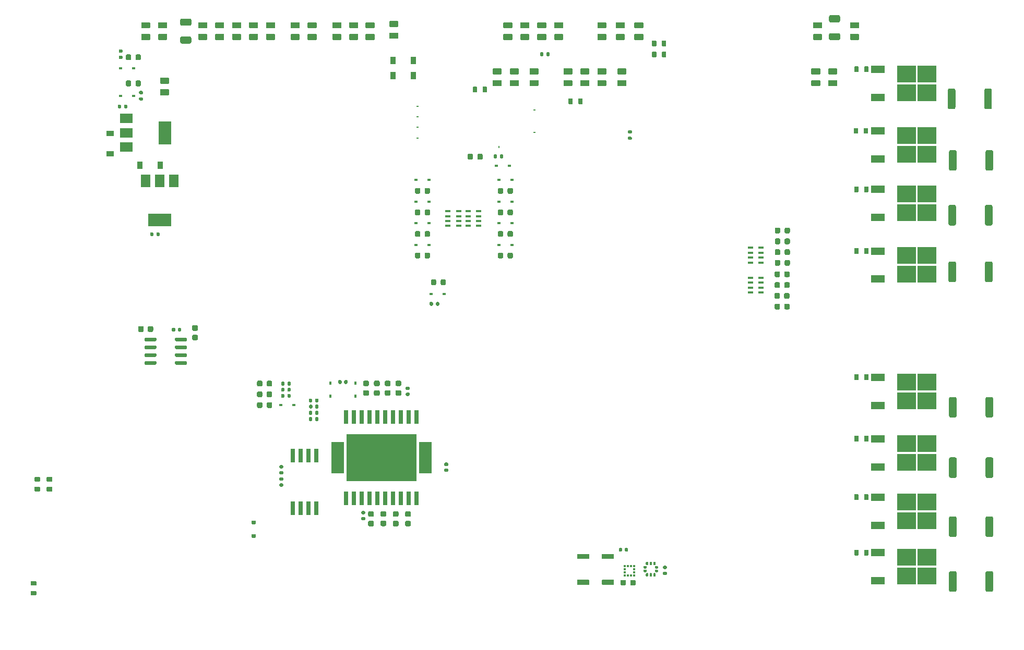
<source format=gtp>
G04 #@! TF.GenerationSoftware,KiCad,Pcbnew,(5.99.0-12439-g94954386e6)*
G04 #@! TF.CreationDate,2021-10-03T00:33:31+03:00*
G04 #@! TF.ProjectId,hellen88bmw,68656c6c-656e-4383-9862-6d772e6b6963,A*
G04 #@! TF.SameCoordinates,PX3d1b110PY9269338*
G04 #@! TF.FileFunction,Paste,Top*
G04 #@! TF.FilePolarity,Positive*
%FSLAX46Y46*%
G04 Gerber Fmt 4.6, Leading zero omitted, Abs format (unit mm)*
G04 Created by KiCad (PCBNEW (5.99.0-12439-g94954386e6)) date 2021-10-03 00:33:31*
%MOMM*%
%LPD*%
G01*
G04 APERTURE LIST*
%ADD10R,3.050000X2.750000*%
%ADD11R,2.200000X1.200000*%
%ADD12R,0.640000X2.160000*%
%ADD13R,0.600000X0.450000*%
%ADD14R,0.900000X1.200000*%
%ADD15R,0.900000X0.400000*%
%ADD16R,0.800000X2.200000*%
%ADD17R,2.032000X5.080000*%
%ADD18R,11.430000X7.620000*%
%ADD19O,0.000001X0.000001*%
%ADD20R,0.350000X0.375000*%
%ADD21R,0.375000X0.350000*%
%ADD22O,0.500000X0.250000*%
%ADD23O,0.250000X0.500000*%
%ADD24R,1.500000X2.000000*%
%ADD25R,3.800000X2.000000*%
%ADD26R,2.000000X1.500000*%
%ADD27R,2.000000X3.800000*%
%ADD28R,0.450000X0.600000*%
%ADD29R,1.200000X0.900000*%
G04 APERTURE END LIST*
G04 #@! TO.C,SW2*
G36*
G01*
X94979800Y13600201D02*
X96819800Y13600201D01*
G75*
G02*
X96899800Y13520201I0J-80000D01*
G01*
X96899800Y12880201D01*
G75*
G02*
X96819800Y12800201I-80000J0D01*
G01*
X94979800Y12800201D01*
G75*
G02*
X94899800Y12880201I0J80000D01*
G01*
X94899800Y13520201D01*
G75*
G02*
X94979800Y13600201I80000J0D01*
G01*
G37*
G36*
G01*
X94979800Y9400200D02*
X96819800Y9400200D01*
G75*
G02*
X96899800Y9320200I0J-80000D01*
G01*
X96899800Y8680200D01*
G75*
G02*
X96819800Y8600200I-80000J0D01*
G01*
X94979800Y8600200D01*
G75*
G02*
X94899800Y8680200I0J80000D01*
G01*
X94899800Y9320200D01*
G75*
G02*
X94979800Y9400200I80000J0D01*
G01*
G37*
G04 #@! TD*
G04 #@! TO.C,SW1*
G36*
G01*
X90979800Y13600201D02*
X92819800Y13600201D01*
G75*
G02*
X92899800Y13520201I0J-80000D01*
G01*
X92899800Y12880201D01*
G75*
G02*
X92819800Y12800201I-80000J0D01*
G01*
X90979800Y12800201D01*
G75*
G02*
X90899800Y12880201I0J80000D01*
G01*
X90899800Y13520201D01*
G75*
G02*
X90979800Y13600201I80000J0D01*
G01*
G37*
G36*
G01*
X90979800Y9400200D02*
X92819800Y9400200D01*
G75*
G02*
X92899800Y9320200I0J-80000D01*
G01*
X92899800Y8680200D01*
G75*
G02*
X92819800Y8600200I-80000J0D01*
G01*
X90979800Y8600200D01*
G75*
G02*
X90899800Y8680200I0J80000D01*
G01*
X90899800Y9320200D01*
G75*
G02*
X90979800Y9400200I80000J0D01*
G01*
G37*
G04 #@! TD*
G04 #@! TO.C,JP1*
G36*
G01*
X20301000Y99973001D02*
X21551000Y99973001D01*
G75*
G02*
X21651000Y99873001I0J-100000D01*
G01*
X21651000Y99073001D01*
G75*
G02*
X21551000Y98973001I-100000J0D01*
G01*
X20301000Y98973001D01*
G75*
G02*
X20201000Y99073001I0J100000D01*
G01*
X20201000Y99873001D01*
G75*
G02*
X20301000Y99973001I100000J0D01*
G01*
G37*
G36*
G01*
X20301000Y98072979D02*
X21551000Y98072979D01*
G75*
G02*
X21651000Y97972979I0J-100000D01*
G01*
X21651000Y97172979D01*
G75*
G02*
X21551000Y97072979I-100000J0D01*
G01*
X20301000Y97072979D01*
G75*
G02*
X20201000Y97172979I0J100000D01*
G01*
X20201000Y97972979D01*
G75*
G02*
X20301000Y98072979I100000J0D01*
G01*
G37*
G04 #@! TD*
G04 #@! TO.C,JP3*
G36*
G01*
X29551000Y99973001D02*
X30801000Y99973001D01*
G75*
G02*
X30901000Y99873001I0J-100000D01*
G01*
X30901000Y99073001D01*
G75*
G02*
X30801000Y98973001I-100000J0D01*
G01*
X29551000Y98973001D01*
G75*
G02*
X29451000Y99073001I0J100000D01*
G01*
X29451000Y99873001D01*
G75*
G02*
X29551000Y99973001I100000J0D01*
G01*
G37*
G36*
G01*
X29551000Y98072979D02*
X30801000Y98072979D01*
G75*
G02*
X30901000Y97972979I0J-100000D01*
G01*
X30901000Y97172979D01*
G75*
G02*
X30801000Y97072979I-100000J0D01*
G01*
X29551000Y97072979D01*
G75*
G02*
X29451000Y97172979I0J100000D01*
G01*
X29451000Y97972979D01*
G75*
G02*
X29551000Y98072979I100000J0D01*
G01*
G37*
G04 #@! TD*
G04 #@! TO.C,JP4*
G36*
G01*
X35051000Y99973001D02*
X36301000Y99973001D01*
G75*
G02*
X36401000Y99873001I0J-100000D01*
G01*
X36401000Y99073001D01*
G75*
G02*
X36301000Y98973001I-100000J0D01*
G01*
X35051000Y98973001D01*
G75*
G02*
X34951000Y99073001I0J100000D01*
G01*
X34951000Y99873001D01*
G75*
G02*
X35051000Y99973001I100000J0D01*
G01*
G37*
G36*
G01*
X35051000Y98072979D02*
X36301000Y98072979D01*
G75*
G02*
X36401000Y97972979I0J-100000D01*
G01*
X36401000Y97172979D01*
G75*
G02*
X36301000Y97072979I-100000J0D01*
G01*
X35051000Y97072979D01*
G75*
G02*
X34951000Y97172979I0J100000D01*
G01*
X34951000Y97972979D01*
G75*
G02*
X35051000Y98072979I100000J0D01*
G01*
G37*
G04 #@! TD*
G04 #@! TO.C,JP5*
G36*
G01*
X44551000Y99973001D02*
X45801000Y99973001D01*
G75*
G02*
X45901000Y99873001I0J-100000D01*
G01*
X45901000Y99073001D01*
G75*
G02*
X45801000Y98973001I-100000J0D01*
G01*
X44551000Y98973001D01*
G75*
G02*
X44451000Y99073001I0J100000D01*
G01*
X44451000Y99873001D01*
G75*
G02*
X44551000Y99973001I100000J0D01*
G01*
G37*
G36*
G01*
X44551000Y98072979D02*
X45801000Y98072979D01*
G75*
G02*
X45901000Y97972979I0J-100000D01*
G01*
X45901000Y97172979D01*
G75*
G02*
X45801000Y97072979I-100000J0D01*
G01*
X44551000Y97072979D01*
G75*
G02*
X44451000Y97172979I0J100000D01*
G01*
X44451000Y97972979D01*
G75*
G02*
X44551000Y98072979I100000J0D01*
G01*
G37*
G04 #@! TD*
G04 #@! TO.C,JP7*
G36*
G01*
X51301000Y99973001D02*
X52551000Y99973001D01*
G75*
G02*
X52651000Y99873001I0J-100000D01*
G01*
X52651000Y99073001D01*
G75*
G02*
X52551000Y98973001I-100000J0D01*
G01*
X51301000Y98973001D01*
G75*
G02*
X51201000Y99073001I0J100000D01*
G01*
X51201000Y99873001D01*
G75*
G02*
X51301000Y99973001I100000J0D01*
G01*
G37*
G36*
G01*
X51301000Y98072979D02*
X52551000Y98072979D01*
G75*
G02*
X52651000Y97972979I0J-100000D01*
G01*
X52651000Y97172979D01*
G75*
G02*
X52551000Y97072979I-100000J0D01*
G01*
X51301000Y97072979D01*
G75*
G02*
X51201000Y97172979I0J100000D01*
G01*
X51201000Y97972979D01*
G75*
G02*
X51301000Y98072979I100000J0D01*
G01*
G37*
G04 #@! TD*
G04 #@! TO.C,JP16*
G36*
G01*
X84551000Y99973001D02*
X85801000Y99973001D01*
G75*
G02*
X85901000Y99873001I0J-100000D01*
G01*
X85901000Y99073001D01*
G75*
G02*
X85801000Y98973001I-100000J0D01*
G01*
X84551000Y98973001D01*
G75*
G02*
X84451000Y99073001I0J100000D01*
G01*
X84451000Y99873001D01*
G75*
G02*
X84551000Y99973001I100000J0D01*
G01*
G37*
G36*
G01*
X84551000Y98072979D02*
X85801000Y98072979D01*
G75*
G02*
X85901000Y97972979I0J-100000D01*
G01*
X85901000Y97172979D01*
G75*
G02*
X85801000Y97072979I-100000J0D01*
G01*
X84551000Y97072979D01*
G75*
G02*
X84451000Y97172979I0J100000D01*
G01*
X84451000Y97972979D01*
G75*
G02*
X84551000Y98072979I100000J0D01*
G01*
G37*
G04 #@! TD*
G04 #@! TO.C,JP17*
G36*
G01*
X87301000Y99973001D02*
X88551000Y99973001D01*
G75*
G02*
X88651000Y99873001I0J-100000D01*
G01*
X88651000Y99073001D01*
G75*
G02*
X88551000Y98973001I-100000J0D01*
G01*
X87301000Y98973001D01*
G75*
G02*
X87201000Y99073001I0J100000D01*
G01*
X87201000Y99873001D01*
G75*
G02*
X87301000Y99973001I100000J0D01*
G01*
G37*
G36*
G01*
X87301000Y98072979D02*
X88551000Y98072979D01*
G75*
G02*
X88651000Y97972979I0J-100000D01*
G01*
X88651000Y97172979D01*
G75*
G02*
X88551000Y97072979I-100000J0D01*
G01*
X87301000Y97072979D01*
G75*
G02*
X87201000Y97172979I0J100000D01*
G01*
X87201000Y97972979D01*
G75*
G02*
X87301000Y98072979I100000J0D01*
G01*
G37*
G04 #@! TD*
G04 #@! TO.C,JP20*
G36*
G01*
X94301000Y92473001D02*
X95551000Y92473001D01*
G75*
G02*
X95651000Y92373001I0J-100000D01*
G01*
X95651000Y91573001D01*
G75*
G02*
X95551000Y91473001I-100000J0D01*
G01*
X94301000Y91473001D01*
G75*
G02*
X94201000Y91573001I0J100000D01*
G01*
X94201000Y92373001D01*
G75*
G02*
X94301000Y92473001I100000J0D01*
G01*
G37*
G36*
G01*
X94301000Y90572979D02*
X95551000Y90572979D01*
G75*
G02*
X95651000Y90472979I0J-100000D01*
G01*
X95651000Y89672979D01*
G75*
G02*
X95551000Y89572979I-100000J0D01*
G01*
X94301000Y89572979D01*
G75*
G02*
X94201000Y89672979I0J100000D01*
G01*
X94201000Y90472979D01*
G75*
G02*
X94301000Y90572979I100000J0D01*
G01*
G37*
G04 #@! TD*
G04 #@! TO.C,JP21*
G36*
G01*
X97551000Y92473001D02*
X98801000Y92473001D01*
G75*
G02*
X98901000Y92373001I0J-100000D01*
G01*
X98901000Y91573001D01*
G75*
G02*
X98801000Y91473001I-100000J0D01*
G01*
X97551000Y91473001D01*
G75*
G02*
X97451000Y91573001I0J100000D01*
G01*
X97451000Y92373001D01*
G75*
G02*
X97551000Y92473001I100000J0D01*
G01*
G37*
G36*
G01*
X97551000Y90572979D02*
X98801000Y90572979D01*
G75*
G02*
X98901000Y90472979I0J-100000D01*
G01*
X98901000Y89672979D01*
G75*
G02*
X98801000Y89572979I-100000J0D01*
G01*
X97551000Y89572979D01*
G75*
G02*
X97451000Y89672979I0J100000D01*
G01*
X97451000Y90472979D01*
G75*
G02*
X97551000Y90572979I100000J0D01*
G01*
G37*
G04 #@! TD*
G04 #@! TO.C,JP26*
G36*
G01*
X129301000Y99973001D02*
X130551000Y99973001D01*
G75*
G02*
X130651000Y99873001I0J-100000D01*
G01*
X130651000Y99073001D01*
G75*
G02*
X130551000Y98973001I-100000J0D01*
G01*
X129301000Y98973001D01*
G75*
G02*
X129201000Y99073001I0J100000D01*
G01*
X129201000Y99873001D01*
G75*
G02*
X129301000Y99973001I100000J0D01*
G01*
G37*
G36*
G01*
X129301000Y98072979D02*
X130551000Y98072979D01*
G75*
G02*
X130651000Y97972979I0J-100000D01*
G01*
X130651000Y97172979D01*
G75*
G02*
X130551000Y97072979I-100000J0D01*
G01*
X129301000Y97072979D01*
G75*
G02*
X129201000Y97172979I0J100000D01*
G01*
X129201000Y97972979D01*
G75*
G02*
X129301000Y98072979I100000J0D01*
G01*
G37*
G04 #@! TD*
G04 #@! TO.C,JP27*
G36*
G01*
X135301000Y99973001D02*
X136551000Y99973001D01*
G75*
G02*
X136651000Y99873001I0J-100000D01*
G01*
X136651000Y99073001D01*
G75*
G02*
X136551000Y98973001I-100000J0D01*
G01*
X135301000Y98973001D01*
G75*
G02*
X135201000Y99073001I0J100000D01*
G01*
X135201000Y99873001D01*
G75*
G02*
X135301000Y99973001I100000J0D01*
G01*
G37*
G36*
G01*
X135301000Y98072979D02*
X136551000Y98072979D01*
G75*
G02*
X136651000Y97972979I0J-100000D01*
G01*
X136651000Y97172979D01*
G75*
G02*
X136551000Y97072979I-100000J0D01*
G01*
X135301000Y97072979D01*
G75*
G02*
X135201000Y97172979I0J100000D01*
G01*
X135201000Y97972979D01*
G75*
G02*
X135301000Y98072979I100000J0D01*
G01*
G37*
G04 #@! TD*
G04 #@! TO.C,JP29*
G36*
G01*
X23051000Y99973001D02*
X24301000Y99973001D01*
G75*
G02*
X24401000Y99873001I0J-100000D01*
G01*
X24401000Y99073001D01*
G75*
G02*
X24301000Y98973001I-100000J0D01*
G01*
X23051000Y98973001D01*
G75*
G02*
X22951000Y99073001I0J100000D01*
G01*
X22951000Y99873001D01*
G75*
G02*
X23051000Y99973001I100000J0D01*
G01*
G37*
G36*
G01*
X23051000Y98072979D02*
X24301000Y98072979D01*
G75*
G02*
X24401000Y97972979I0J-100000D01*
G01*
X24401000Y97172979D01*
G75*
G02*
X24301000Y97072979I-100000J0D01*
G01*
X23051000Y97072979D01*
G75*
G02*
X22951000Y97172979I0J100000D01*
G01*
X22951000Y97972979D01*
G75*
G02*
X23051000Y98072979I100000J0D01*
G01*
G37*
G04 #@! TD*
G04 #@! TO.C,JP31*
G36*
G01*
X32301000Y99973001D02*
X33551000Y99973001D01*
G75*
G02*
X33651000Y99873001I0J-100000D01*
G01*
X33651000Y99073001D01*
G75*
G02*
X33551000Y98973001I-100000J0D01*
G01*
X32301000Y98973001D01*
G75*
G02*
X32201000Y99073001I0J100000D01*
G01*
X32201000Y99873001D01*
G75*
G02*
X32301000Y99973001I100000J0D01*
G01*
G37*
G36*
G01*
X32301000Y98072979D02*
X33551000Y98072979D01*
G75*
G02*
X33651000Y97972979I0J-100000D01*
G01*
X33651000Y97172979D01*
G75*
G02*
X33551000Y97072979I-100000J0D01*
G01*
X32301000Y97072979D01*
G75*
G02*
X32201000Y97172979I0J100000D01*
G01*
X32201000Y97972979D01*
G75*
G02*
X32301000Y98072979I100000J0D01*
G01*
G37*
G04 #@! TD*
G04 #@! TO.C,JP32*
G36*
G01*
X40551000Y99973001D02*
X41801000Y99973001D01*
G75*
G02*
X41901000Y99873001I0J-100000D01*
G01*
X41901000Y99073001D01*
G75*
G02*
X41801000Y98973001I-100000J0D01*
G01*
X40551000Y98973001D01*
G75*
G02*
X40451000Y99073001I0J100000D01*
G01*
X40451000Y99873001D01*
G75*
G02*
X40551000Y99973001I100000J0D01*
G01*
G37*
G36*
G01*
X40551000Y98072979D02*
X41801000Y98072979D01*
G75*
G02*
X41901000Y97972979I0J-100000D01*
G01*
X41901000Y97172979D01*
G75*
G02*
X41801000Y97072979I-100000J0D01*
G01*
X40551000Y97072979D01*
G75*
G02*
X40451000Y97172979I0J100000D01*
G01*
X40451000Y97972979D01*
G75*
G02*
X40551000Y98072979I100000J0D01*
G01*
G37*
G04 #@! TD*
G04 #@! TO.C,JP33*
G36*
G01*
X47301000Y99973001D02*
X48551000Y99973001D01*
G75*
G02*
X48651000Y99873001I0J-100000D01*
G01*
X48651000Y99073001D01*
G75*
G02*
X48551000Y98973001I-100000J0D01*
G01*
X47301000Y98973001D01*
G75*
G02*
X47201000Y99073001I0J100000D01*
G01*
X47201000Y99873001D01*
G75*
G02*
X47301000Y99973001I100000J0D01*
G01*
G37*
G36*
G01*
X47301000Y98072979D02*
X48551000Y98072979D01*
G75*
G02*
X48651000Y97972979I0J-100000D01*
G01*
X48651000Y97172979D01*
G75*
G02*
X48551000Y97072979I-100000J0D01*
G01*
X47301000Y97072979D01*
G75*
G02*
X47201000Y97172979I0J100000D01*
G01*
X47201000Y97972979D01*
G75*
G02*
X47301000Y98072979I100000J0D01*
G01*
G37*
G04 #@! TD*
G04 #@! TO.C,JP35*
G36*
G01*
X56701000Y99973001D02*
X57951000Y99973001D01*
G75*
G02*
X58051000Y99873001I0J-100000D01*
G01*
X58051000Y99073001D01*
G75*
G02*
X57951000Y98973001I-100000J0D01*
G01*
X56701000Y98973001D01*
G75*
G02*
X56601000Y99073001I0J100000D01*
G01*
X56601000Y99873001D01*
G75*
G02*
X56701000Y99973001I100000J0D01*
G01*
G37*
G36*
G01*
X56701000Y98072979D02*
X57951000Y98072979D01*
G75*
G02*
X58051000Y97972979I0J-100000D01*
G01*
X58051000Y97172979D01*
G75*
G02*
X57951000Y97072979I-100000J0D01*
G01*
X56701000Y97072979D01*
G75*
G02*
X56601000Y97172979I0J100000D01*
G01*
X56601000Y97972979D01*
G75*
G02*
X56701000Y98072979I100000J0D01*
G01*
G37*
G04 #@! TD*
G04 #@! TO.C,JP41*
G36*
G01*
X77301000Y92473001D02*
X78551000Y92473001D01*
G75*
G02*
X78651000Y92373001I0J-100000D01*
G01*
X78651000Y91573001D01*
G75*
G02*
X78551000Y91473001I-100000J0D01*
G01*
X77301000Y91473001D01*
G75*
G02*
X77201000Y91573001I0J100000D01*
G01*
X77201000Y92373001D01*
G75*
G02*
X77301000Y92473001I100000J0D01*
G01*
G37*
G36*
G01*
X77301000Y90572979D02*
X78551000Y90572979D01*
G75*
G02*
X78651000Y90472979I0J-100000D01*
G01*
X78651000Y89672979D01*
G75*
G02*
X78551000Y89572979I-100000J0D01*
G01*
X77301000Y89572979D01*
G75*
G02*
X77201000Y89672979I0J100000D01*
G01*
X77201000Y90472979D01*
G75*
G02*
X77301000Y90572979I100000J0D01*
G01*
G37*
G04 #@! TD*
G04 #@! TO.C,JP42*
G36*
G01*
X80101000Y92473001D02*
X81351000Y92473001D01*
G75*
G02*
X81451000Y92373001I0J-100000D01*
G01*
X81451000Y91573001D01*
G75*
G02*
X81351000Y91473001I-100000J0D01*
G01*
X80101000Y91473001D01*
G75*
G02*
X80001000Y91573001I0J100000D01*
G01*
X80001000Y92373001D01*
G75*
G02*
X80101000Y92473001I100000J0D01*
G01*
G37*
G36*
G01*
X80101000Y90572979D02*
X81351000Y90572979D01*
G75*
G02*
X81451000Y90472979I0J-100000D01*
G01*
X81451000Y89672979D01*
G75*
G02*
X81351000Y89572979I-100000J0D01*
G01*
X80101000Y89572979D01*
G75*
G02*
X80001000Y89672979I0J100000D01*
G01*
X80001000Y90472979D01*
G75*
G02*
X80101000Y90572979I100000J0D01*
G01*
G37*
G04 #@! TD*
G04 #@! TO.C,JP43*
G36*
G01*
X81801000Y99973001D02*
X83051000Y99973001D01*
G75*
G02*
X83151000Y99873001I0J-100000D01*
G01*
X83151000Y99073001D01*
G75*
G02*
X83051000Y98973001I-100000J0D01*
G01*
X81801000Y98973001D01*
G75*
G02*
X81701000Y99073001I0J100000D01*
G01*
X81701000Y99873001D01*
G75*
G02*
X81801000Y99973001I100000J0D01*
G01*
G37*
G36*
G01*
X81801000Y98072979D02*
X83051000Y98072979D01*
G75*
G02*
X83151000Y97972979I0J-100000D01*
G01*
X83151000Y97172979D01*
G75*
G02*
X83051000Y97072979I-100000J0D01*
G01*
X81801000Y97072979D01*
G75*
G02*
X81701000Y97172979I0J100000D01*
G01*
X81701000Y97972979D01*
G75*
G02*
X81801000Y98072979I100000J0D01*
G01*
G37*
G04 #@! TD*
G04 #@! TO.C,JP46*
G36*
G01*
X88801000Y92473001D02*
X90051000Y92473001D01*
G75*
G02*
X90151000Y92373001I0J-100000D01*
G01*
X90151000Y91573001D01*
G75*
G02*
X90051000Y91473001I-100000J0D01*
G01*
X88801000Y91473001D01*
G75*
G02*
X88701000Y91573001I0J100000D01*
G01*
X88701000Y92373001D01*
G75*
G02*
X88801000Y92473001I100000J0D01*
G01*
G37*
G36*
G01*
X88801000Y90572979D02*
X90051000Y90572979D01*
G75*
G02*
X90151000Y90472979I0J-100000D01*
G01*
X90151000Y89672979D01*
G75*
G02*
X90051000Y89572979I-100000J0D01*
G01*
X88801000Y89572979D01*
G75*
G02*
X88701000Y89672979I0J100000D01*
G01*
X88701000Y90472979D01*
G75*
G02*
X88801000Y90572979I100000J0D01*
G01*
G37*
G04 #@! TD*
G04 #@! TO.C,JP47*
G36*
G01*
X91551000Y92473001D02*
X92801000Y92473001D01*
G75*
G02*
X92901000Y92373001I0J-100000D01*
G01*
X92901000Y91573001D01*
G75*
G02*
X92801000Y91473001I-100000J0D01*
G01*
X91551000Y91473001D01*
G75*
G02*
X91451000Y91573001I0J100000D01*
G01*
X91451000Y92373001D01*
G75*
G02*
X91551000Y92473001I100000J0D01*
G01*
G37*
G36*
G01*
X91551000Y90572979D02*
X92801000Y90572979D01*
G75*
G02*
X92901000Y90472979I0J-100000D01*
G01*
X92901000Y89672979D01*
G75*
G02*
X92801000Y89572979I-100000J0D01*
G01*
X91551000Y89572979D01*
G75*
G02*
X91451000Y89672979I0J100000D01*
G01*
X91451000Y90472979D01*
G75*
G02*
X91551000Y90572979I100000J0D01*
G01*
G37*
G04 #@! TD*
G04 #@! TO.C,JP54*
G36*
G01*
X131776000Y100178010D02*
X131776000Y100868010D01*
G75*
G02*
X132006000Y101098010I230000J0D01*
G01*
X133346000Y101098010D01*
G75*
G02*
X133576000Y100868010I0J-230000D01*
G01*
X133576000Y100178010D01*
G75*
G02*
X133346000Y99948010I-230000J0D01*
G01*
X132006000Y99948010D01*
G75*
G02*
X131776000Y100178010I0J230000D01*
G01*
G37*
G36*
G01*
X131776000Y97277990D02*
X131776000Y97967990D01*
G75*
G02*
X132006000Y98197990I230000J0D01*
G01*
X133346000Y98197990D01*
G75*
G02*
X133576000Y97967990I0J-230000D01*
G01*
X133576000Y97277990D01*
G75*
G02*
X133346000Y97047990I-230000J0D01*
G01*
X132006000Y97047990D01*
G75*
G02*
X131776000Y97277990I0J230000D01*
G01*
G37*
G04 #@! TD*
G04 #@! TO.C,JP56*
G36*
G01*
X26526000Y99628010D02*
X26526000Y100318010D01*
G75*
G02*
X26756000Y100548010I230000J0D01*
G01*
X28096000Y100548010D01*
G75*
G02*
X28326000Y100318010I0J-230000D01*
G01*
X28326000Y99628010D01*
G75*
G02*
X28096000Y99398010I-230000J0D01*
G01*
X26756000Y99398010D01*
G75*
G02*
X26526000Y99628010I0J230000D01*
G01*
G37*
G36*
G01*
X26526000Y96727990D02*
X26526000Y97417990D01*
G75*
G02*
X26756000Y97647990I230000J0D01*
G01*
X28096000Y97647990D01*
G75*
G02*
X28326000Y97417990I0J-230000D01*
G01*
X28326000Y96727990D01*
G75*
G02*
X28096000Y96497990I-230000J0D01*
G01*
X26756000Y96497990D01*
G75*
G02*
X26526000Y96727990I0J230000D01*
G01*
G37*
G04 #@! TD*
G04 #@! TO.C,JP73*
G36*
G01*
X83301000Y92473001D02*
X84551000Y92473001D01*
G75*
G02*
X84651000Y92373001I0J-100000D01*
G01*
X84651000Y91573001D01*
G75*
G02*
X84551000Y91473001I-100000J0D01*
G01*
X83301000Y91473001D01*
G75*
G02*
X83201000Y91573001I0J100000D01*
G01*
X83201000Y92373001D01*
G75*
G02*
X83301000Y92473001I100000J0D01*
G01*
G37*
G36*
G01*
X83301000Y90572979D02*
X84551000Y90572979D01*
G75*
G02*
X84651000Y90472979I0J-100000D01*
G01*
X84651000Y89672979D01*
G75*
G02*
X84551000Y89572979I-100000J0D01*
G01*
X83301000Y89572979D01*
G75*
G02*
X83201000Y89672979I0J100000D01*
G01*
X83201000Y90472979D01*
G75*
G02*
X83301000Y90572979I100000J0D01*
G01*
G37*
G04 #@! TD*
G04 #@! TO.C,JP77*
G36*
G01*
X94301000Y99973001D02*
X95551000Y99973001D01*
G75*
G02*
X95651000Y99873001I0J-100000D01*
G01*
X95651000Y99073001D01*
G75*
G02*
X95551000Y98973001I-100000J0D01*
G01*
X94301000Y98973001D01*
G75*
G02*
X94201000Y99073001I0J100000D01*
G01*
X94201000Y99873001D01*
G75*
G02*
X94301000Y99973001I100000J0D01*
G01*
G37*
G36*
G01*
X94301000Y98072979D02*
X95551000Y98072979D01*
G75*
G02*
X95651000Y97972979I0J-100000D01*
G01*
X95651000Y97172979D01*
G75*
G02*
X95551000Y97072979I-100000J0D01*
G01*
X94301000Y97072979D01*
G75*
G02*
X94201000Y97172979I0J100000D01*
G01*
X94201000Y97972979D01*
G75*
G02*
X94301000Y98072979I100000J0D01*
G01*
G37*
G04 #@! TD*
G04 #@! TO.C,JP78*
G36*
G01*
X100301000Y99973001D02*
X101551000Y99973001D01*
G75*
G02*
X101651000Y99873001I0J-100000D01*
G01*
X101651000Y99073001D01*
G75*
G02*
X101551000Y98973001I-100000J0D01*
G01*
X100301000Y98973001D01*
G75*
G02*
X100201000Y99073001I0J100000D01*
G01*
X100201000Y99873001D01*
G75*
G02*
X100301000Y99973001I100000J0D01*
G01*
G37*
G36*
G01*
X100301000Y98072979D02*
X101551000Y98072979D01*
G75*
G02*
X101651000Y97972979I0J-100000D01*
G01*
X101651000Y97172979D01*
G75*
G02*
X101551000Y97072979I-100000J0D01*
G01*
X100301000Y97072979D01*
G75*
G02*
X100201000Y97172979I0J100000D01*
G01*
X100201000Y97972979D01*
G75*
G02*
X100301000Y98072979I100000J0D01*
G01*
G37*
G04 #@! TD*
G04 #@! TO.C,JP85*
G36*
G01*
X131751000Y92473001D02*
X133001000Y92473001D01*
G75*
G02*
X133101000Y92373001I0J-100000D01*
G01*
X133101000Y91573001D01*
G75*
G02*
X133001000Y91473001I-100000J0D01*
G01*
X131751000Y91473001D01*
G75*
G02*
X131651000Y91573001I0J100000D01*
G01*
X131651000Y92373001D01*
G75*
G02*
X131751000Y92473001I100000J0D01*
G01*
G37*
G36*
G01*
X131751000Y90572979D02*
X133001000Y90572979D01*
G75*
G02*
X133101000Y90472979I0J-100000D01*
G01*
X133101000Y89672979D01*
G75*
G02*
X133001000Y89572979I-100000J0D01*
G01*
X131751000Y89572979D01*
G75*
G02*
X131651000Y89672979I0J100000D01*
G01*
X131651000Y90472979D01*
G75*
G02*
X131751000Y90572979I100000J0D01*
G01*
G37*
G04 #@! TD*
G04 #@! TO.C,JP86*
G36*
G01*
X129001000Y92473001D02*
X130251000Y92473001D01*
G75*
G02*
X130351000Y92373001I0J-100000D01*
G01*
X130351000Y91573001D01*
G75*
G02*
X130251000Y91473001I-100000J0D01*
G01*
X129001000Y91473001D01*
G75*
G02*
X128901000Y91573001I0J100000D01*
G01*
X128901000Y92373001D01*
G75*
G02*
X129001000Y92473001I100000J0D01*
G01*
G37*
G36*
G01*
X129001000Y90572979D02*
X130251000Y90572979D01*
G75*
G02*
X130351000Y90472979I0J-100000D01*
G01*
X130351000Y89672979D01*
G75*
G02*
X130251000Y89572979I-100000J0D01*
G01*
X129001000Y89572979D01*
G75*
G02*
X128901000Y89672979I0J100000D01*
G01*
X128901000Y90472979D01*
G75*
G02*
X129001000Y90572979I100000J0D01*
G01*
G37*
G04 #@! TD*
G04 #@! TO.C,JP59*
G36*
G01*
X37801000Y99973001D02*
X39051000Y99973001D01*
G75*
G02*
X39151000Y99873001I0J-100000D01*
G01*
X39151000Y99073001D01*
G75*
G02*
X39051000Y98973001I-100000J0D01*
G01*
X37801000Y98973001D01*
G75*
G02*
X37701000Y99073001I0J100000D01*
G01*
X37701000Y99873001D01*
G75*
G02*
X37801000Y99973001I100000J0D01*
G01*
G37*
G36*
G01*
X37801000Y98072979D02*
X39051000Y98072979D01*
G75*
G02*
X39151000Y97972979I0J-100000D01*
G01*
X39151000Y97172979D01*
G75*
G02*
X39051000Y97072979I-100000J0D01*
G01*
X37801000Y97072979D01*
G75*
G02*
X37701000Y97172979I0J100000D01*
G01*
X37701000Y97972979D01*
G75*
G02*
X37801000Y98072979I100000J0D01*
G01*
G37*
G04 #@! TD*
D10*
G04 #@! TO.C,Q1*
X144351000Y31548000D03*
X147701000Y31548000D03*
X147701000Y28498000D03*
X144351000Y28498000D03*
D11*
X139726000Y32303000D03*
X139726000Y27743000D03*
G04 #@! TD*
D10*
G04 #@! TO.C,Q6*
X144351000Y91548000D03*
X147701000Y88498000D03*
X144351000Y88498000D03*
X147701000Y91548000D03*
D11*
X139726000Y92303000D03*
X139726000Y87743000D03*
G04 #@! TD*
D10*
G04 #@! TO.C,Q2*
X147701000Y38498000D03*
X144351000Y41548000D03*
X144351000Y38498000D03*
X147701000Y41548000D03*
D11*
X139726000Y42303000D03*
X139726000Y37743000D03*
G04 #@! TD*
D10*
G04 #@! TO.C,Q5*
X147701000Y81548000D03*
X147701000Y78498000D03*
X144351000Y78498000D03*
X144351000Y81548000D03*
D11*
X139726000Y82303000D03*
X139726000Y77743000D03*
G04 #@! TD*
D10*
G04 #@! TO.C,Q3*
X147701000Y58998000D03*
X144351000Y58998000D03*
X147701000Y62048000D03*
X144351000Y62048000D03*
D11*
X139726000Y62803000D03*
X139726000Y58243000D03*
G04 #@! TD*
D10*
G04 #@! TO.C,Q4*
X147701000Y68998000D03*
X144351000Y68998000D03*
X147701000Y72048000D03*
X144351000Y72048000D03*
D11*
X139726000Y72803000D03*
X139726000Y68243000D03*
G04 #@! TD*
G04 #@! TO.C,C1*
G36*
G01*
X42756000Y26033000D02*
X43096000Y26033000D01*
G75*
G02*
X43236000Y25893000I0J-140000D01*
G01*
X43236000Y25613000D01*
G75*
G02*
X43096000Y25473000I-140000J0D01*
G01*
X42756000Y25473000D01*
G75*
G02*
X42616000Y25613000I0J140000D01*
G01*
X42616000Y25893000D01*
G75*
G02*
X42756000Y26033000I140000J0D01*
G01*
G37*
G36*
G01*
X42756000Y25073000D02*
X43096000Y25073000D01*
G75*
G02*
X43236000Y24933000I0J-140000D01*
G01*
X43236000Y24653000D01*
G75*
G02*
X43096000Y24513000I-140000J0D01*
G01*
X42756000Y24513000D01*
G75*
G02*
X42616000Y24653000I0J140000D01*
G01*
X42616000Y24933000D01*
G75*
G02*
X42756000Y25073000I140000J0D01*
G01*
G37*
G04 #@! TD*
G04 #@! TO.C,C2*
G36*
G01*
X43096000Y26513000D02*
X42756000Y26513000D01*
G75*
G02*
X42616000Y26653000I0J140000D01*
G01*
X42616000Y26933000D01*
G75*
G02*
X42756000Y27073000I140000J0D01*
G01*
X43096000Y27073000D01*
G75*
G02*
X43236000Y26933000I0J-140000D01*
G01*
X43236000Y26653000D01*
G75*
G02*
X43096000Y26513000I-140000J0D01*
G01*
G37*
G36*
G01*
X43096000Y27473000D02*
X42756000Y27473000D01*
G75*
G02*
X42616000Y27613000I0J140000D01*
G01*
X42616000Y27893000D01*
G75*
G02*
X42756000Y28033000I140000J0D01*
G01*
X43096000Y28033000D01*
G75*
G02*
X43236000Y27893000I0J-140000D01*
G01*
X43236000Y27613000D01*
G75*
G02*
X43096000Y27473000I-140000J0D01*
G01*
G37*
G04 #@! TD*
D12*
G04 #@! TO.C,U1*
X44771000Y21003000D03*
X46041000Y21003000D03*
X47311000Y21003000D03*
X48581000Y21003000D03*
X48581000Y29543000D03*
X47311000Y29543000D03*
X46041000Y29543000D03*
X44771000Y29543000D03*
G04 #@! TD*
G04 #@! TO.C,R1*
G36*
G01*
X16396000Y86088000D02*
X16396000Y86458000D01*
G75*
G02*
X16531000Y86593000I135000J0D01*
G01*
X16801000Y86593000D01*
G75*
G02*
X16936000Y86458000I0J-135000D01*
G01*
X16936000Y86088000D01*
G75*
G02*
X16801000Y85953000I-135000J0D01*
G01*
X16531000Y85953000D01*
G75*
G02*
X16396000Y86088000I0J135000D01*
G01*
G37*
G36*
G01*
X17416000Y86088000D02*
X17416000Y86458000D01*
G75*
G02*
X17551000Y86593000I135000J0D01*
G01*
X17821000Y86593000D01*
G75*
G02*
X17956000Y86458000I0J-135000D01*
G01*
X17956000Y86088000D01*
G75*
G02*
X17821000Y85953000I-135000J0D01*
G01*
X17551000Y85953000D01*
G75*
G02*
X17416000Y86088000I0J135000D01*
G01*
G37*
G04 #@! TD*
D13*
G04 #@! TO.C,D14*
X66876000Y70823000D03*
X64776000Y70823000D03*
G04 #@! TD*
G04 #@! TO.C,R10*
G36*
G01*
X151251000Y16598000D02*
X151251000Y19448000D01*
G75*
G02*
X151501000Y19698000I250000J0D01*
G01*
X152226000Y19698000D01*
G75*
G02*
X152476000Y19448000I0J-250000D01*
G01*
X152476000Y16598000D01*
G75*
G02*
X152226000Y16348000I-250000J0D01*
G01*
X151501000Y16348000D01*
G75*
G02*
X151251000Y16598000I0J250000D01*
G01*
G37*
G36*
G01*
X157176000Y16598000D02*
X157176000Y19448000D01*
G75*
G02*
X157426000Y19698000I250000J0D01*
G01*
X158151000Y19698000D01*
G75*
G02*
X158401000Y19448000I0J-250000D01*
G01*
X158401000Y16598000D01*
G75*
G02*
X158151000Y16348000I-250000J0D01*
G01*
X157426000Y16348000D01*
G75*
G02*
X157176000Y16598000I0J250000D01*
G01*
G37*
G04 #@! TD*
G04 #@! TO.C,D23*
G36*
G01*
X122988500Y65866750D02*
X122988500Y66379250D01*
G75*
G02*
X123207250Y66598000I218750J0D01*
G01*
X123644750Y66598000D01*
G75*
G02*
X123863500Y66379250I0J-218750D01*
G01*
X123863500Y65866750D01*
G75*
G02*
X123644750Y65648000I-218750J0D01*
G01*
X123207250Y65648000D01*
G75*
G02*
X122988500Y65866750I0J218750D01*
G01*
G37*
G36*
G01*
X124563500Y65866750D02*
X124563500Y66379250D01*
G75*
G02*
X124782250Y66598000I218750J0D01*
G01*
X125219750Y66598000D01*
G75*
G02*
X125438500Y66379250I0J-218750D01*
G01*
X125438500Y65866750D01*
G75*
G02*
X125219750Y65648000I-218750J0D01*
G01*
X124782250Y65648000D01*
G75*
G02*
X124563500Y65866750I0J218750D01*
G01*
G37*
G04 #@! TD*
G04 #@! TO.C,D25*
G36*
G01*
X64601000Y65316750D02*
X64601000Y65829250D01*
G75*
G02*
X64819750Y66048000I218750J0D01*
G01*
X65257250Y66048000D01*
G75*
G02*
X65476000Y65829250I0J-218750D01*
G01*
X65476000Y65316750D01*
G75*
G02*
X65257250Y65098000I-218750J0D01*
G01*
X64819750Y65098000D01*
G75*
G02*
X64601000Y65316750I0J218750D01*
G01*
G37*
G36*
G01*
X66176000Y65316750D02*
X66176000Y65829250D01*
G75*
G02*
X66394750Y66048000I218750J0D01*
G01*
X66832250Y66048000D01*
G75*
G02*
X67051000Y65829250I0J-218750D01*
G01*
X67051000Y65316750D01*
G75*
G02*
X66832250Y65098000I-218750J0D01*
G01*
X66394750Y65098000D01*
G75*
G02*
X66176000Y65316750I0J218750D01*
G01*
G37*
G04 #@! TD*
D14*
G04 #@! TO.C,D10*
X20026000Y76773000D03*
X23326000Y76773000D03*
G04 #@! TD*
G04 #@! TO.C,D27*
G36*
G01*
X80501000Y69329250D02*
X80501000Y68816750D01*
G75*
G02*
X80282250Y68598000I-218750J0D01*
G01*
X79844750Y68598000D01*
G75*
G02*
X79626000Y68816750I0J218750D01*
G01*
X79626000Y69329250D01*
G75*
G02*
X79844750Y69548000I218750J0D01*
G01*
X80282250Y69548000D01*
G75*
G02*
X80501000Y69329250I0J-218750D01*
G01*
G37*
G36*
G01*
X78926000Y69329250D02*
X78926000Y68816750D01*
G75*
G02*
X78707250Y68598000I-218750J0D01*
G01*
X78269750Y68598000D01*
G75*
G02*
X78051000Y68816750I0J218750D01*
G01*
X78051000Y69329250D01*
G75*
G02*
X78269750Y69548000I218750J0D01*
G01*
X78707250Y69548000D01*
G75*
G02*
X78926000Y69329250I0J-218750D01*
G01*
G37*
G04 #@! TD*
G04 #@! TO.C,R6*
G36*
G01*
X99291000Y82403000D02*
X99661000Y82403000D01*
G75*
G02*
X99796000Y82268000I0J-135000D01*
G01*
X99796000Y81998000D01*
G75*
G02*
X99661000Y81863000I-135000J0D01*
G01*
X99291000Y81863000D01*
G75*
G02*
X99156000Y81998000I0J135000D01*
G01*
X99156000Y82268000D01*
G75*
G02*
X99291000Y82403000I135000J0D01*
G01*
G37*
G36*
G01*
X99291000Y81383000D02*
X99661000Y81383000D01*
G75*
G02*
X99796000Y81248000I0J-135000D01*
G01*
X99796000Y80978000D01*
G75*
G02*
X99661000Y80843000I-135000J0D01*
G01*
X99291000Y80843000D01*
G75*
G02*
X99156000Y80978000I0J135000D01*
G01*
X99156000Y81248000D01*
G75*
G02*
X99291000Y81383000I135000J0D01*
G01*
G37*
G04 #@! TD*
G04 #@! TO.C,C13*
G36*
G01*
X61231000Y20528000D02*
X61731000Y20528000D01*
G75*
G02*
X61956000Y20303000I0J-225000D01*
G01*
X61956000Y19853000D01*
G75*
G02*
X61731000Y19628000I-225000J0D01*
G01*
X61231000Y19628000D01*
G75*
G02*
X61006000Y19853000I0J225000D01*
G01*
X61006000Y20303000D01*
G75*
G02*
X61231000Y20528000I225000J0D01*
G01*
G37*
G36*
G01*
X61231000Y18978000D02*
X61731000Y18978000D01*
G75*
G02*
X61956000Y18753000I0J-225000D01*
G01*
X61956000Y18303000D01*
G75*
G02*
X61731000Y18078000I-225000J0D01*
G01*
X61231000Y18078000D01*
G75*
G02*
X61006000Y18303000I0J225000D01*
G01*
X61006000Y18753000D01*
G75*
G02*
X61231000Y18978000I225000J0D01*
G01*
G37*
G04 #@! TD*
G04 #@! TO.C,D29*
G36*
G01*
X64601000Y61816750D02*
X64601000Y62329250D01*
G75*
G02*
X64819750Y62548000I218750J0D01*
G01*
X65257250Y62548000D01*
G75*
G02*
X65476000Y62329250I0J-218750D01*
G01*
X65476000Y61816750D01*
G75*
G02*
X65257250Y61598000I-218750J0D01*
G01*
X64819750Y61598000D01*
G75*
G02*
X64601000Y61816750I0J218750D01*
G01*
G37*
G36*
G01*
X66176000Y61816750D02*
X66176000Y62329250D01*
G75*
G02*
X66394750Y62548000I218750J0D01*
G01*
X66832250Y62548000D01*
G75*
G02*
X67051000Y62329250I0J-218750D01*
G01*
X67051000Y61816750D01*
G75*
G02*
X66832250Y61598000I-218750J0D01*
G01*
X66394750Y61598000D01*
G75*
G02*
X66176000Y61816750I0J218750D01*
G01*
G37*
G04 #@! TD*
D13*
G04 #@! TO.C,D1*
X16876000Y88023000D03*
X18976000Y88023000D03*
G04 #@! TD*
G04 #@! TO.C,R33*
G36*
G01*
X42896000Y39088000D02*
X42896000Y39458000D01*
G75*
G02*
X43031000Y39593000I135000J0D01*
G01*
X43301000Y39593000D01*
G75*
G02*
X43436000Y39458000I0J-135000D01*
G01*
X43436000Y39088000D01*
G75*
G02*
X43301000Y38953000I-135000J0D01*
G01*
X43031000Y38953000D01*
G75*
G02*
X42896000Y39088000I0J135000D01*
G01*
G37*
G36*
G01*
X43916000Y39088000D02*
X43916000Y39458000D01*
G75*
G02*
X44051000Y39593000I135000J0D01*
G01*
X44321000Y39593000D01*
G75*
G02*
X44456000Y39458000I0J-135000D01*
G01*
X44456000Y39088000D01*
G75*
G02*
X44321000Y38953000I-135000J0D01*
G01*
X44051000Y38953000D01*
G75*
G02*
X43916000Y39088000I0J135000D01*
G01*
G37*
G04 #@! TD*
D15*
G04 #@! TO.C,RN7*
X71676000Y66873000D03*
X71676000Y67673000D03*
X71676000Y68473000D03*
X71676000Y69273000D03*
X69976000Y69273000D03*
X69976000Y68473000D03*
X69976000Y67673000D03*
X69976000Y66873000D03*
G04 #@! TD*
D10*
G04 #@! TO.C,Q7*
X147701000Y22048000D03*
X144351000Y22048000D03*
X147701000Y18998000D03*
X144351000Y18998000D03*
D11*
X139726000Y22803000D03*
X139726000Y18243000D03*
G04 #@! TD*
G04 #@! TO.C,D28*
G36*
G01*
X64601000Y68816750D02*
X64601000Y69329250D01*
G75*
G02*
X64819750Y69548000I218750J0D01*
G01*
X65257250Y69548000D01*
G75*
G02*
X65476000Y69329250I0J-218750D01*
G01*
X65476000Y68816750D01*
G75*
G02*
X65257250Y68598000I-218750J0D01*
G01*
X64819750Y68598000D01*
G75*
G02*
X64601000Y68816750I0J218750D01*
G01*
G37*
G36*
G01*
X66176000Y68816750D02*
X66176000Y69329250D01*
G75*
G02*
X66394750Y69548000I218750J0D01*
G01*
X66832250Y69548000D01*
G75*
G02*
X67051000Y69329250I0J-218750D01*
G01*
X67051000Y68816750D01*
G75*
G02*
X66832250Y68598000I-218750J0D01*
G01*
X66394750Y68598000D01*
G75*
G02*
X66176000Y68816750I0J218750D01*
G01*
G37*
G04 #@! TD*
G04 #@! TO.C,R9*
G36*
G01*
X151151000Y57998000D02*
X151151000Y60848000D01*
G75*
G02*
X151401000Y61098000I250000J0D01*
G01*
X152126000Y61098000D01*
G75*
G02*
X152376000Y60848000I0J-250000D01*
G01*
X152376000Y57998000D01*
G75*
G02*
X152126000Y57748000I-250000J0D01*
G01*
X151401000Y57748000D01*
G75*
G02*
X151151000Y57998000I0J250000D01*
G01*
G37*
G36*
G01*
X157076000Y57998000D02*
X157076000Y60848000D01*
G75*
G02*
X157326000Y61098000I250000J0D01*
G01*
X158051000Y61098000D01*
G75*
G02*
X158301000Y60848000I0J-250000D01*
G01*
X158301000Y57998000D01*
G75*
G02*
X158051000Y57748000I-250000J0D01*
G01*
X157326000Y57748000D01*
G75*
G02*
X157076000Y57998000I0J250000D01*
G01*
G37*
G04 #@! TD*
G04 #@! TO.C,D11*
G36*
G01*
X67188500Y57466750D02*
X67188500Y57979250D01*
G75*
G02*
X67407250Y58198000I218750J0D01*
G01*
X67844750Y58198000D01*
G75*
G02*
X68063500Y57979250I0J-218750D01*
G01*
X68063500Y57466750D01*
G75*
G02*
X67844750Y57248000I-218750J0D01*
G01*
X67407250Y57248000D01*
G75*
G02*
X67188500Y57466750I0J218750D01*
G01*
G37*
G36*
G01*
X68763500Y57466750D02*
X68763500Y57979250D01*
G75*
G02*
X68982250Y58198000I218750J0D01*
G01*
X69419750Y58198000D01*
G75*
G02*
X69638500Y57979250I0J-218750D01*
G01*
X69638500Y57466750D01*
G75*
G02*
X69419750Y57248000I-218750J0D01*
G01*
X68982250Y57248000D01*
G75*
G02*
X68763500Y57466750I0J218750D01*
G01*
G37*
G04 #@! TD*
G04 #@! TO.C,C21*
G36*
G01*
X56926000Y39298000D02*
X56426000Y39298000D01*
G75*
G02*
X56201000Y39523000I0J225000D01*
G01*
X56201000Y39973000D01*
G75*
G02*
X56426000Y40198000I225000J0D01*
G01*
X56926000Y40198000D01*
G75*
G02*
X57151000Y39973000I0J-225000D01*
G01*
X57151000Y39523000D01*
G75*
G02*
X56926000Y39298000I-225000J0D01*
G01*
G37*
G36*
G01*
X56926000Y40848000D02*
X56426000Y40848000D01*
G75*
G02*
X56201000Y41073000I0J225000D01*
G01*
X56201000Y41523000D01*
G75*
G02*
X56426000Y41748000I225000J0D01*
G01*
X56926000Y41748000D01*
G75*
G02*
X57151000Y41523000I0J-225000D01*
G01*
X57151000Y41073000D01*
G75*
G02*
X56926000Y40848000I-225000J0D01*
G01*
G37*
G04 #@! TD*
G04 #@! TO.C,R31*
G36*
G01*
X42896000Y41088000D02*
X42896000Y41458000D01*
G75*
G02*
X43031000Y41593000I135000J0D01*
G01*
X43301000Y41593000D01*
G75*
G02*
X43436000Y41458000I0J-135000D01*
G01*
X43436000Y41088000D01*
G75*
G02*
X43301000Y40953000I-135000J0D01*
G01*
X43031000Y40953000D01*
G75*
G02*
X42896000Y41088000I0J135000D01*
G01*
G37*
G36*
G01*
X43916000Y41088000D02*
X43916000Y41458000D01*
G75*
G02*
X44051000Y41593000I135000J0D01*
G01*
X44321000Y41593000D01*
G75*
G02*
X44456000Y41458000I0J-135000D01*
G01*
X44456000Y41088000D01*
G75*
G02*
X44321000Y40953000I-135000J0D01*
G01*
X44051000Y40953000D01*
G75*
G02*
X43916000Y41088000I0J135000D01*
G01*
G37*
G04 #@! TD*
G04 #@! TO.C,D22*
G36*
G01*
X122988500Y62366750D02*
X122988500Y62879250D01*
G75*
G02*
X123207250Y63098000I218750J0D01*
G01*
X123644750Y63098000D01*
G75*
G02*
X123863500Y62879250I0J-218750D01*
G01*
X123863500Y62366750D01*
G75*
G02*
X123644750Y62148000I-218750J0D01*
G01*
X123207250Y62148000D01*
G75*
G02*
X122988500Y62366750I0J218750D01*
G01*
G37*
G36*
G01*
X124563500Y62366750D02*
X124563500Y62879250D01*
G75*
G02*
X124782250Y63098000I218750J0D01*
G01*
X125219750Y63098000D01*
G75*
G02*
X125438500Y62879250I0J-218750D01*
G01*
X125438500Y62366750D01*
G75*
G02*
X125219750Y62148000I-218750J0D01*
G01*
X124782250Y62148000D01*
G75*
G02*
X124563500Y62366750I0J218750D01*
G01*
G37*
G04 #@! TD*
G04 #@! TO.C,C17*
G36*
G01*
X60426000Y39298000D02*
X59926000Y39298000D01*
G75*
G02*
X59701000Y39523000I0J225000D01*
G01*
X59701000Y39973000D01*
G75*
G02*
X59926000Y40198000I225000J0D01*
G01*
X60426000Y40198000D01*
G75*
G02*
X60651000Y39973000I0J-225000D01*
G01*
X60651000Y39523000D01*
G75*
G02*
X60426000Y39298000I-225000J0D01*
G01*
G37*
G36*
G01*
X60426000Y40848000D02*
X59926000Y40848000D01*
G75*
G02*
X59701000Y41073000I0J225000D01*
G01*
X59701000Y41523000D01*
G75*
G02*
X59926000Y41748000I225000J0D01*
G01*
X60426000Y41748000D01*
G75*
G02*
X60651000Y41523000I0J-225000D01*
G01*
X60651000Y41073000D01*
G75*
G02*
X60426000Y40848000I-225000J0D01*
G01*
G37*
G04 #@! TD*
G04 #@! TO.C,C11*
G36*
G01*
X59231000Y20553000D02*
X59731000Y20553000D01*
G75*
G02*
X59956000Y20328000I0J-225000D01*
G01*
X59956000Y19878000D01*
G75*
G02*
X59731000Y19653000I-225000J0D01*
G01*
X59231000Y19653000D01*
G75*
G02*
X59006000Y19878000I0J225000D01*
G01*
X59006000Y20328000D01*
G75*
G02*
X59231000Y20553000I225000J0D01*
G01*
G37*
G36*
G01*
X59231000Y19003000D02*
X59731000Y19003000D01*
G75*
G02*
X59956000Y18778000I0J-225000D01*
G01*
X59956000Y18328000D01*
G75*
G02*
X59731000Y18103000I-225000J0D01*
G01*
X59231000Y18103000D01*
G75*
G02*
X59006000Y18328000I0J225000D01*
G01*
X59006000Y18778000D01*
G75*
G02*
X59231000Y19003000I225000J0D01*
G01*
G37*
G04 #@! TD*
G04 #@! TO.C,JP14*
G36*
G01*
X79051000Y99973001D02*
X80301000Y99973001D01*
G75*
G02*
X80401000Y99873001I0J-100000D01*
G01*
X80401000Y99073001D01*
G75*
G02*
X80301000Y98973001I-100000J0D01*
G01*
X79051000Y98973001D01*
G75*
G02*
X78951000Y99073001I0J100000D01*
G01*
X78951000Y99873001D01*
G75*
G02*
X79051000Y99973001I100000J0D01*
G01*
G37*
G36*
G01*
X79051000Y98072979D02*
X80301000Y98072979D01*
G75*
G02*
X80401000Y97972979I0J-100000D01*
G01*
X80401000Y97172979D01*
G75*
G02*
X80301000Y97072979I-100000J0D01*
G01*
X79051000Y97072979D01*
G75*
G02*
X78951000Y97172979I0J100000D01*
G01*
X78951000Y97972979D01*
G75*
G02*
X79051000Y98072979I100000J0D01*
G01*
G37*
G04 #@! TD*
G04 #@! TO.C,C15*
G36*
G01*
X53686000Y41693000D02*
X53686000Y41353000D01*
G75*
G02*
X53546000Y41213000I-140000J0D01*
G01*
X53266000Y41213000D01*
G75*
G02*
X53126000Y41353000I0J140000D01*
G01*
X53126000Y41693000D01*
G75*
G02*
X53266000Y41833000I140000J0D01*
G01*
X53546000Y41833000D01*
G75*
G02*
X53686000Y41693000I0J-140000D01*
G01*
G37*
G36*
G01*
X52726000Y41693000D02*
X52726000Y41353000D01*
G75*
G02*
X52586000Y41213000I-140000J0D01*
G01*
X52306000Y41213000D01*
G75*
G02*
X52166000Y41353000I0J140000D01*
G01*
X52166000Y41693000D01*
G75*
G02*
X52306000Y41833000I140000J0D01*
G01*
X52586000Y41833000D01*
G75*
G02*
X52726000Y41693000I0J-140000D01*
G01*
G37*
G04 #@! TD*
G04 #@! TO.C,R26*
G36*
G01*
X91801489Y87513000D02*
X91801489Y86733000D01*
G75*
G02*
X91731489Y86663000I-70000J0D01*
G01*
X91171489Y86663000D01*
G75*
G02*
X91101489Y86733000I0J70000D01*
G01*
X91101489Y87513000D01*
G75*
G02*
X91171489Y87583000I70000J0D01*
G01*
X91731489Y87583000D01*
G75*
G02*
X91801489Y87513000I0J-70000D01*
G01*
G37*
G36*
G01*
X90201489Y87513000D02*
X90201489Y86733000D01*
G75*
G02*
X90131489Y86663000I-70000J0D01*
G01*
X89571489Y86663000D01*
G75*
G02*
X89501489Y86733000I0J70000D01*
G01*
X89501489Y87513000D01*
G75*
G02*
X89571489Y87583000I70000J0D01*
G01*
X90131489Y87583000D01*
G75*
G02*
X90201489Y87513000I0J-70000D01*
G01*
G37*
G04 #@! TD*
G04 #@! TO.C,R14*
G36*
G01*
X158401000Y10548000D02*
X158401000Y7698000D01*
G75*
G02*
X158151000Y7448000I-250000J0D01*
G01*
X157426000Y7448000D01*
G75*
G02*
X157176000Y7698000I0J250000D01*
G01*
X157176000Y10548000D01*
G75*
G02*
X157426000Y10798000I250000J0D01*
G01*
X158151000Y10798000D01*
G75*
G02*
X158401000Y10548000I0J-250000D01*
G01*
G37*
G36*
G01*
X152476000Y10548000D02*
X152476000Y7698000D01*
G75*
G02*
X152226000Y7448000I-250000J0D01*
G01*
X151501000Y7448000D01*
G75*
G02*
X151251000Y7698000I0J250000D01*
G01*
X151251000Y10548000D01*
G75*
G02*
X151501000Y10798000I250000J0D01*
G01*
X152226000Y10798000D01*
G75*
G02*
X152476000Y10548000I0J-250000D01*
G01*
G37*
G04 #@! TD*
G04 #@! TO.C,JP36*
G36*
G01*
X60551000Y100175501D02*
X61801000Y100175501D01*
G75*
G02*
X61901000Y100075501I0J-100000D01*
G01*
X61901000Y99275501D01*
G75*
G02*
X61801000Y99175501I-100000J0D01*
G01*
X60551000Y99175501D01*
G75*
G02*
X60451000Y99275501I0J100000D01*
G01*
X60451000Y100075501D01*
G75*
G02*
X60551000Y100175501I100000J0D01*
G01*
G37*
G36*
G01*
X60551000Y98275479D02*
X61801000Y98275479D01*
G75*
G02*
X61901000Y98175479I0J-100000D01*
G01*
X61901000Y97375479D01*
G75*
G02*
X61801000Y97275479I-100000J0D01*
G01*
X60551000Y97275479D01*
G75*
G02*
X60451000Y97375479I0J100000D01*
G01*
X60451000Y98175479D01*
G75*
G02*
X60551000Y98275479I100000J0D01*
G01*
G37*
G04 #@! TD*
G04 #@! TO.C,D16*
G36*
G01*
X122951000Y53516750D02*
X122951000Y54029250D01*
G75*
G02*
X123169750Y54248000I218750J0D01*
G01*
X123607250Y54248000D01*
G75*
G02*
X123826000Y54029250I0J-218750D01*
G01*
X123826000Y53516750D01*
G75*
G02*
X123607250Y53298000I-218750J0D01*
G01*
X123169750Y53298000D01*
G75*
G02*
X122951000Y53516750I0J218750D01*
G01*
G37*
G36*
G01*
X124526000Y53516750D02*
X124526000Y54029250D01*
G75*
G02*
X124744750Y54248000I218750J0D01*
G01*
X125182250Y54248000D01*
G75*
G02*
X125401000Y54029250I0J-218750D01*
G01*
X125401000Y53516750D01*
G75*
G02*
X125182250Y53298000I-218750J0D01*
G01*
X124744750Y53298000D01*
G75*
G02*
X124526000Y53516750I0J218750D01*
G01*
G37*
G04 #@! TD*
G04 #@! TO.C,R4*
G36*
G01*
X2936000Y26073000D02*
X3716000Y26073000D01*
G75*
G02*
X3786000Y26003000I0J-70000D01*
G01*
X3786000Y25443000D01*
G75*
G02*
X3716000Y25373000I-70000J0D01*
G01*
X2936000Y25373000D01*
G75*
G02*
X2866000Y25443000I0J70000D01*
G01*
X2866000Y26003000D01*
G75*
G02*
X2936000Y26073000I70000J0D01*
G01*
G37*
G36*
G01*
X2936000Y24473000D02*
X3716000Y24473000D01*
G75*
G02*
X3786000Y24403000I0J-70000D01*
G01*
X3786000Y23843000D01*
G75*
G02*
X3716000Y23773000I-70000J0D01*
G01*
X2936000Y23773000D01*
G75*
G02*
X2866000Y23843000I0J70000D01*
G01*
X2866000Y24403000D01*
G75*
G02*
X2936000Y24473000I70000J0D01*
G01*
G37*
G04 #@! TD*
G04 #@! TO.C,R7*
G36*
G01*
X151251000Y26198000D02*
X151251000Y29048000D01*
G75*
G02*
X151501000Y29298000I250000J0D01*
G01*
X152226000Y29298000D01*
G75*
G02*
X152476000Y29048000I0J-250000D01*
G01*
X152476000Y26198000D01*
G75*
G02*
X152226000Y25948000I-250000J0D01*
G01*
X151501000Y25948000D01*
G75*
G02*
X151251000Y26198000I0J250000D01*
G01*
G37*
G36*
G01*
X157176000Y26198000D02*
X157176000Y29048000D01*
G75*
G02*
X157426000Y29298000I250000J0D01*
G01*
X158151000Y29298000D01*
G75*
G02*
X158401000Y29048000I0J-250000D01*
G01*
X158401000Y26198000D01*
G75*
G02*
X158151000Y25948000I-250000J0D01*
G01*
X157426000Y25948000D01*
G75*
G02*
X157176000Y26198000I0J250000D01*
G01*
G37*
G04 #@! TD*
D15*
G04 #@! TO.C,RN5*
X119076000Y58473000D03*
X119076000Y57673000D03*
X119076000Y56873000D03*
X119076000Y56073000D03*
X120776000Y56073000D03*
X120776000Y56873000D03*
X120776000Y57673000D03*
X120776000Y58473000D03*
G04 #@! TD*
G04 #@! TO.C,C19*
G36*
G01*
X58676000Y39298000D02*
X58176000Y39298000D01*
G75*
G02*
X57951000Y39523000I0J225000D01*
G01*
X57951000Y39973000D01*
G75*
G02*
X58176000Y40198000I225000J0D01*
G01*
X58676000Y40198000D01*
G75*
G02*
X58901000Y39973000I0J-225000D01*
G01*
X58901000Y39523000D01*
G75*
G02*
X58676000Y39298000I-225000J0D01*
G01*
G37*
G36*
G01*
X58676000Y40848000D02*
X58176000Y40848000D01*
G75*
G02*
X57951000Y41073000I0J225000D01*
G01*
X57951000Y41523000D01*
G75*
G02*
X58176000Y41748000I225000J0D01*
G01*
X58676000Y41748000D01*
G75*
G02*
X58901000Y41523000I0J-225000D01*
G01*
X58901000Y41073000D01*
G75*
G02*
X58676000Y40848000I-225000J0D01*
G01*
G37*
G04 #@! TD*
G04 #@! TO.C,R18*
G36*
G01*
X138186001Y92713000D02*
X138186001Y91933000D01*
G75*
G02*
X138116001Y91863000I-70000J0D01*
G01*
X137556001Y91863000D01*
G75*
G02*
X137486001Y91933000I0J70000D01*
G01*
X137486001Y92713000D01*
G75*
G02*
X137556001Y92783000I70000J0D01*
G01*
X138116001Y92783000D01*
G75*
G02*
X138186001Y92713000I0J-70000D01*
G01*
G37*
G36*
G01*
X136586001Y92713000D02*
X136586001Y91933000D01*
G75*
G02*
X136516001Y91863000I-70000J0D01*
G01*
X135956001Y91863000D01*
G75*
G02*
X135886001Y91933000I0J70000D01*
G01*
X135886001Y92713000D01*
G75*
G02*
X135956001Y92783000I70000J0D01*
G01*
X136516001Y92783000D01*
G75*
G02*
X136586001Y92713000I0J-70000D01*
G01*
G37*
G04 #@! TD*
G04 #@! TO.C,R5*
G36*
G01*
X84906000Y94588000D02*
X84906000Y94958000D01*
G75*
G02*
X85041000Y95093000I135000J0D01*
G01*
X85311000Y95093000D01*
G75*
G02*
X85446000Y94958000I0J-135000D01*
G01*
X85446000Y94588000D01*
G75*
G02*
X85311000Y94453000I-135000J0D01*
G01*
X85041000Y94453000D01*
G75*
G02*
X84906000Y94588000I0J135000D01*
G01*
G37*
G36*
G01*
X85926000Y94588000D02*
X85926000Y94958000D01*
G75*
G02*
X86061000Y95093000I135000J0D01*
G01*
X86331000Y95093000D01*
G75*
G02*
X86466000Y94958000I0J-135000D01*
G01*
X86466000Y94588000D01*
G75*
G02*
X86331000Y94453000I-135000J0D01*
G01*
X86061000Y94453000D01*
G75*
G02*
X85926000Y94588000I0J135000D01*
G01*
G37*
G04 #@! TD*
G04 #@! TO.C,R27*
G36*
G01*
X103066000Y94333000D02*
X103066000Y95113000D01*
G75*
G02*
X103136000Y95183000I70000J0D01*
G01*
X103696000Y95183000D01*
G75*
G02*
X103766000Y95113000I0J-70000D01*
G01*
X103766000Y94333000D01*
G75*
G02*
X103696000Y94263000I-70000J0D01*
G01*
X103136000Y94263000D01*
G75*
G02*
X103066000Y94333000I0J70000D01*
G01*
G37*
G36*
G01*
X104666000Y94333000D02*
X104666000Y95113000D01*
G75*
G02*
X104736000Y95183000I70000J0D01*
G01*
X105296000Y95183000D01*
G75*
G02*
X105366000Y95113000I0J-70000D01*
G01*
X105366000Y94333000D01*
G75*
G02*
X105296000Y94263000I-70000J0D01*
G01*
X104736000Y94263000D01*
G75*
G02*
X104666000Y94333000I0J70000D01*
G01*
G37*
G04 #@! TD*
G04 #@! TO.C,R12*
G36*
G01*
X158401000Y78948000D02*
X158401000Y76098000D01*
G75*
G02*
X158151000Y75848000I-250000J0D01*
G01*
X157426000Y75848000D01*
G75*
G02*
X157176000Y76098000I0J250000D01*
G01*
X157176000Y78948000D01*
G75*
G02*
X157426000Y79198000I250000J0D01*
G01*
X158151000Y79198000D01*
G75*
G02*
X158401000Y78948000I0J-250000D01*
G01*
G37*
G36*
G01*
X152476000Y78948000D02*
X152476000Y76098000D01*
G75*
G02*
X152226000Y75848000I-250000J0D01*
G01*
X151501000Y75848000D01*
G75*
G02*
X151251000Y76098000I0J250000D01*
G01*
X151251000Y78948000D01*
G75*
G02*
X151501000Y79198000I250000J0D01*
G01*
X152226000Y79198000D01*
G75*
G02*
X152476000Y78948000I0J-250000D01*
G01*
G37*
G04 #@! TD*
G04 #@! TO.C,RN6*
X119076000Y63323000D03*
X119076000Y62523000D03*
X119076000Y61723000D03*
X119076000Y60923000D03*
X120776000Y60923000D03*
X120776000Y61723000D03*
X120776000Y62523000D03*
X120776000Y63323000D03*
G04 #@! TD*
G04 #@! TO.C,C12*
G36*
G01*
X47436000Y37353000D02*
X47436000Y37693000D01*
G75*
G02*
X47576000Y37833000I140000J0D01*
G01*
X47856000Y37833000D01*
G75*
G02*
X47996000Y37693000I0J-140000D01*
G01*
X47996000Y37353000D01*
G75*
G02*
X47856000Y37213000I-140000J0D01*
G01*
X47576000Y37213000D01*
G75*
G02*
X47436000Y37353000I0J140000D01*
G01*
G37*
G36*
G01*
X48396000Y37353000D02*
X48396000Y37693000D01*
G75*
G02*
X48536000Y37833000I140000J0D01*
G01*
X48816000Y37833000D01*
G75*
G02*
X48956000Y37693000I0J-140000D01*
G01*
X48956000Y37353000D01*
G75*
G02*
X48816000Y37213000I-140000J0D01*
G01*
X48536000Y37213000D01*
G75*
G02*
X48396000Y37353000I0J140000D01*
G01*
G37*
G04 #@! TD*
G04 #@! TO.C,C8*
G36*
G01*
X29176000Y48298000D02*
X28676000Y48298000D01*
G75*
G02*
X28451000Y48523000I0J225000D01*
G01*
X28451000Y48973000D01*
G75*
G02*
X28676000Y49198000I225000J0D01*
G01*
X29176000Y49198000D01*
G75*
G02*
X29401000Y48973000I0J-225000D01*
G01*
X29401000Y48523000D01*
G75*
G02*
X29176000Y48298000I-225000J0D01*
G01*
G37*
G36*
G01*
X29176000Y49848000D02*
X28676000Y49848000D01*
G75*
G02*
X28451000Y50073000I0J225000D01*
G01*
X28451000Y50523000D01*
G75*
G02*
X28676000Y50748000I225000J0D01*
G01*
X29176000Y50748000D01*
G75*
G02*
X29401000Y50523000I0J-225000D01*
G01*
X29401000Y50073000D01*
G75*
G02*
X29176000Y49848000I-225000J0D01*
G01*
G37*
G04 #@! TD*
G04 #@! TO.C,D18*
G36*
G01*
X122988500Y60616750D02*
X122988500Y61129250D01*
G75*
G02*
X123207250Y61348000I218750J0D01*
G01*
X123644750Y61348000D01*
G75*
G02*
X123863500Y61129250I0J-218750D01*
G01*
X123863500Y60616750D01*
G75*
G02*
X123644750Y60398000I-218750J0D01*
G01*
X123207250Y60398000D01*
G75*
G02*
X122988500Y60616750I0J218750D01*
G01*
G37*
G36*
G01*
X124563500Y60616750D02*
X124563500Y61129250D01*
G75*
G02*
X124782250Y61348000I218750J0D01*
G01*
X125219750Y61348000D01*
G75*
G02*
X125438500Y61129250I0J-218750D01*
G01*
X125438500Y60616750D01*
G75*
G02*
X125219750Y60398000I-218750J0D01*
G01*
X124782250Y60398000D01*
G75*
G02*
X124563500Y60616750I0J218750D01*
G01*
G37*
G04 #@! TD*
G04 #@! TO.C,R2*
G36*
G01*
X21646000Y65338000D02*
X21646000Y65708000D01*
G75*
G02*
X21781000Y65843000I135000J0D01*
G01*
X22051000Y65843000D01*
G75*
G02*
X22186000Y65708000I0J-135000D01*
G01*
X22186000Y65338000D01*
G75*
G02*
X22051000Y65203000I-135000J0D01*
G01*
X21781000Y65203000D01*
G75*
G02*
X21646000Y65338000I0J135000D01*
G01*
G37*
G36*
G01*
X22666000Y65338000D02*
X22666000Y65708000D01*
G75*
G02*
X22801000Y65843000I135000J0D01*
G01*
X23071000Y65843000D01*
G75*
G02*
X23206000Y65708000I0J-135000D01*
G01*
X23206000Y65338000D01*
G75*
G02*
X23071000Y65203000I-135000J0D01*
G01*
X22801000Y65203000D01*
G75*
G02*
X22666000Y65338000I0J135000D01*
G01*
G37*
G04 #@! TD*
D14*
G04 #@! TO.C,D3*
X64326000Y91273000D03*
X61026000Y91273000D03*
G04 #@! TD*
D10*
G04 #@! TO.C,Q8*
X144351000Y9998000D03*
X144351000Y13048000D03*
X147701000Y9998000D03*
X147701000Y13048000D03*
D11*
X139726000Y13803000D03*
X139726000Y9243000D03*
G04 #@! TD*
G04 #@! TO.C,R43*
G36*
G01*
X68556000Y54408000D02*
X68556000Y54038000D01*
G75*
G02*
X68421000Y53903000I-135000J0D01*
G01*
X68151000Y53903000D01*
G75*
G02*
X68016000Y54038000I0J135000D01*
G01*
X68016000Y54408000D01*
G75*
G02*
X68151000Y54543000I135000J0D01*
G01*
X68421000Y54543000D01*
G75*
G02*
X68556000Y54408000I0J-135000D01*
G01*
G37*
G36*
G01*
X67536000Y54408000D02*
X67536000Y54038000D01*
G75*
G02*
X67401000Y53903000I-135000J0D01*
G01*
X67131000Y53903000D01*
G75*
G02*
X66996000Y54038000I0J135000D01*
G01*
X66996000Y54408000D01*
G75*
G02*
X67131000Y54543000I135000J0D01*
G01*
X67401000Y54543000D01*
G75*
G02*
X67536000Y54408000I0J-135000D01*
G01*
G37*
G04 #@! TD*
G04 #@! TO.C,D15*
G36*
G01*
X20151000Y94529250D02*
X20151000Y94016750D01*
G75*
G02*
X19932250Y93798000I-218750J0D01*
G01*
X19494750Y93798000D01*
G75*
G02*
X19276000Y94016750I0J218750D01*
G01*
X19276000Y94529250D01*
G75*
G02*
X19494750Y94748000I218750J0D01*
G01*
X19932250Y94748000D01*
G75*
G02*
X20151000Y94529250I0J-218750D01*
G01*
G37*
G36*
G01*
X18576000Y94529250D02*
X18576000Y94016750D01*
G75*
G02*
X18357250Y93798000I-218750J0D01*
G01*
X17919750Y93798000D01*
G75*
G02*
X17701000Y94016750I0J218750D01*
G01*
X17701000Y94529250D01*
G75*
G02*
X17919750Y94748000I218750J0D01*
G01*
X18357250Y94748000D01*
G75*
G02*
X18576000Y94529250I0J-218750D01*
G01*
G37*
G04 #@! TD*
G04 #@! TO.C,D20*
G36*
G01*
X122913500Y55266750D02*
X122913500Y55779250D01*
G75*
G02*
X123132250Y55998000I218750J0D01*
G01*
X123569750Y55998000D01*
G75*
G02*
X123788500Y55779250I0J-218750D01*
G01*
X123788500Y55266750D01*
G75*
G02*
X123569750Y55048000I-218750J0D01*
G01*
X123132250Y55048000D01*
G75*
G02*
X122913500Y55266750I0J218750D01*
G01*
G37*
G36*
G01*
X124488500Y55266750D02*
X124488500Y55779250D01*
G75*
G02*
X124707250Y55998000I218750J0D01*
G01*
X125144750Y55998000D01*
G75*
G02*
X125363500Y55779250I0J-218750D01*
G01*
X125363500Y55266750D01*
G75*
G02*
X125144750Y55048000I-218750J0D01*
G01*
X124707250Y55048000D01*
G75*
G02*
X124488500Y55266750I0J218750D01*
G01*
G37*
G04 #@! TD*
D15*
G04 #@! TO.C,RN8*
X73226000Y69273000D03*
X73226000Y68473000D03*
X73226000Y67673000D03*
X73226000Y66873000D03*
X74926000Y66873000D03*
X74926000Y67673000D03*
X74926000Y68473000D03*
X74926000Y69273000D03*
G04 #@! TD*
G04 #@! TO.C,JP6*
G36*
G01*
X54051000Y99973001D02*
X55301000Y99973001D01*
G75*
G02*
X55401000Y99873001I0J-100000D01*
G01*
X55401000Y99073001D01*
G75*
G02*
X55301000Y98973001I-100000J0D01*
G01*
X54051000Y98973001D01*
G75*
G02*
X53951000Y99073001I0J100000D01*
G01*
X53951000Y99873001D01*
G75*
G02*
X54051000Y99973001I100000J0D01*
G01*
G37*
G36*
G01*
X54051000Y98072979D02*
X55301000Y98072979D01*
G75*
G02*
X55401000Y97972979I0J-100000D01*
G01*
X55401000Y97172979D01*
G75*
G02*
X55301000Y97072979I-100000J0D01*
G01*
X54051000Y97072979D01*
G75*
G02*
X53951000Y97172979I0J100000D01*
G01*
X53951000Y97972979D01*
G75*
G02*
X54051000Y98072979I100000J0D01*
G01*
G37*
G04 #@! TD*
D13*
G04 #@! TO.C,D37*
X78226000Y67323000D03*
X80326000Y67323000D03*
G04 #@! TD*
G04 #@! TO.C,R24*
G36*
G01*
X138176001Y14203000D02*
X138176001Y13423000D01*
G75*
G02*
X138106001Y13353000I-70000J0D01*
G01*
X137546001Y13353000D01*
G75*
G02*
X137476001Y13423000I0J70000D01*
G01*
X137476001Y14203000D01*
G75*
G02*
X137546001Y14273000I70000J0D01*
G01*
X138106001Y14273000D01*
G75*
G02*
X138176001Y14203000I0J-70000D01*
G01*
G37*
G36*
G01*
X136576001Y14203000D02*
X136576001Y13423000D01*
G75*
G02*
X136506001Y13353000I-70000J0D01*
G01*
X135946001Y13353000D01*
G75*
G02*
X135876001Y13423000I0J70000D01*
G01*
X135876001Y14203000D01*
G75*
G02*
X135946001Y14273000I70000J0D01*
G01*
X136506001Y14273000D01*
G75*
G02*
X136576001Y14203000I0J-70000D01*
G01*
G37*
G04 #@! TD*
G04 #@! TO.C,D9*
G36*
G01*
X38138503Y16284498D02*
X38138503Y16764498D01*
G75*
G02*
X38198503Y16824498I60000J0D01*
G01*
X38678503Y16824498D01*
G75*
G02*
X38738503Y16764498I0J-60000D01*
G01*
X38738503Y16284498D01*
G75*
G02*
X38678503Y16224498I-60000J0D01*
G01*
X38198503Y16224498D01*
G75*
G02*
X38138503Y16284498I0J60000D01*
G01*
G37*
G36*
G01*
X38138503Y18484498D02*
X38138503Y18964498D01*
G75*
G02*
X38198503Y19024498I60000J0D01*
G01*
X38678503Y19024498D01*
G75*
G02*
X38738503Y18964498I0J-60000D01*
G01*
X38738503Y18484498D01*
G75*
G02*
X38678503Y18424498I-60000J0D01*
G01*
X38198503Y18424498D01*
G75*
G02*
X38138503Y18484498I0J60000D01*
G01*
G37*
G04 #@! TD*
G04 #@! TO.C,R23*
G36*
G01*
X138176000Y23213000D02*
X138176000Y22433000D01*
G75*
G02*
X138106000Y22363000I-70000J0D01*
G01*
X137546000Y22363000D01*
G75*
G02*
X137476000Y22433000I0J70000D01*
G01*
X137476000Y23213000D01*
G75*
G02*
X137546000Y23283000I70000J0D01*
G01*
X138106000Y23283000D01*
G75*
G02*
X138176000Y23213000I0J-70000D01*
G01*
G37*
G36*
G01*
X136576000Y23213000D02*
X136576000Y22433000D01*
G75*
G02*
X136506000Y22363000I-70000J0D01*
G01*
X135946000Y22363000D01*
G75*
G02*
X135876000Y22433000I0J70000D01*
G01*
X135876000Y23213000D01*
G75*
G02*
X135946000Y23283000I70000J0D01*
G01*
X136506000Y23283000D01*
G75*
G02*
X136576000Y23213000I0J-70000D01*
G01*
G37*
G04 #@! TD*
G04 #@! TO.C,U5*
G36*
G01*
X20726000Y48278000D02*
X20726000Y48578000D01*
G75*
G02*
X20876000Y48728000I150000J0D01*
G01*
X22526000Y48728000D01*
G75*
G02*
X22676000Y48578000I0J-150000D01*
G01*
X22676000Y48278000D01*
G75*
G02*
X22526000Y48128000I-150000J0D01*
G01*
X20876000Y48128000D01*
G75*
G02*
X20726000Y48278000I0J150000D01*
G01*
G37*
G36*
G01*
X20726000Y47008000D02*
X20726000Y47308000D01*
G75*
G02*
X20876000Y47458000I150000J0D01*
G01*
X22526000Y47458000D01*
G75*
G02*
X22676000Y47308000I0J-150000D01*
G01*
X22676000Y47008000D01*
G75*
G02*
X22526000Y46858000I-150000J0D01*
G01*
X20876000Y46858000D01*
G75*
G02*
X20726000Y47008000I0J150000D01*
G01*
G37*
G36*
G01*
X20726000Y45738000D02*
X20726000Y46038000D01*
G75*
G02*
X20876000Y46188000I150000J0D01*
G01*
X22526000Y46188000D01*
G75*
G02*
X22676000Y46038000I0J-150000D01*
G01*
X22676000Y45738000D01*
G75*
G02*
X22526000Y45588000I-150000J0D01*
G01*
X20876000Y45588000D01*
G75*
G02*
X20726000Y45738000I0J150000D01*
G01*
G37*
G36*
G01*
X20726000Y44468000D02*
X20726000Y44768000D01*
G75*
G02*
X20876000Y44918000I150000J0D01*
G01*
X22526000Y44918000D01*
G75*
G02*
X22676000Y44768000I0J-150000D01*
G01*
X22676000Y44468000D01*
G75*
G02*
X22526000Y44318000I-150000J0D01*
G01*
X20876000Y44318000D01*
G75*
G02*
X20726000Y44468000I0J150000D01*
G01*
G37*
G36*
G01*
X25676000Y44468000D02*
X25676000Y44768000D01*
G75*
G02*
X25826000Y44918000I150000J0D01*
G01*
X27476000Y44918000D01*
G75*
G02*
X27626000Y44768000I0J-150000D01*
G01*
X27626000Y44468000D01*
G75*
G02*
X27476000Y44318000I-150000J0D01*
G01*
X25826000Y44318000D01*
G75*
G02*
X25676000Y44468000I0J150000D01*
G01*
G37*
G36*
G01*
X25676000Y45738000D02*
X25676000Y46038000D01*
G75*
G02*
X25826000Y46188000I150000J0D01*
G01*
X27476000Y46188000D01*
G75*
G02*
X27626000Y46038000I0J-150000D01*
G01*
X27626000Y45738000D01*
G75*
G02*
X27476000Y45588000I-150000J0D01*
G01*
X25826000Y45588000D01*
G75*
G02*
X25676000Y45738000I0J150000D01*
G01*
G37*
G36*
G01*
X25676000Y47008000D02*
X25676000Y47308000D01*
G75*
G02*
X25826000Y47458000I150000J0D01*
G01*
X27476000Y47458000D01*
G75*
G02*
X27626000Y47308000I0J-150000D01*
G01*
X27626000Y47008000D01*
G75*
G02*
X27476000Y46858000I-150000J0D01*
G01*
X25826000Y46858000D01*
G75*
G02*
X25676000Y47008000I0J150000D01*
G01*
G37*
G36*
G01*
X25676000Y48278000D02*
X25676000Y48578000D01*
G75*
G02*
X25826000Y48728000I150000J0D01*
G01*
X27476000Y48728000D01*
G75*
G02*
X27626000Y48578000I0J-150000D01*
G01*
X27626000Y48278000D01*
G75*
G02*
X27476000Y48128000I-150000J0D01*
G01*
X25826000Y48128000D01*
G75*
G02*
X25676000Y48278000I0J150000D01*
G01*
G37*
G04 #@! TD*
D16*
G04 #@! TO.C,U6*
X64891000Y35873000D03*
X63621000Y35873000D03*
X62351000Y35873000D03*
X61081000Y35873000D03*
X59811000Y35873000D03*
X58541000Y35873000D03*
X57271000Y35873000D03*
X56001000Y35873000D03*
X54731000Y35873000D03*
X53461000Y35873000D03*
X53461000Y22673000D03*
X54731000Y22673000D03*
X56001000Y22673000D03*
X57271000Y22673000D03*
X58541000Y22673000D03*
X59811000Y22673000D03*
X61081000Y22673000D03*
X62351000Y22673000D03*
X63621000Y22673000D03*
X64891000Y22673000D03*
D17*
X66288000Y29273000D03*
D18*
X59176000Y29273000D03*
D17*
X52064000Y29273000D03*
G04 #@! TD*
G04 #@! TO.C,R25*
G36*
G01*
X3116000Y6873000D02*
X2336000Y6873000D01*
G75*
G02*
X2266000Y6943000I0J70000D01*
G01*
X2266000Y7503000D01*
G75*
G02*
X2336000Y7573000I70000J0D01*
G01*
X3116000Y7573000D01*
G75*
G02*
X3186000Y7503000I0J-70000D01*
G01*
X3186000Y6943000D01*
G75*
G02*
X3116000Y6873000I-70000J0D01*
G01*
G37*
G36*
G01*
X3116000Y8473000D02*
X2336000Y8473000D01*
G75*
G02*
X2266000Y8543000I0J70000D01*
G01*
X2266000Y9103000D01*
G75*
G02*
X2336000Y9173000I70000J0D01*
G01*
X3116000Y9173000D01*
G75*
G02*
X3186000Y9103000I0J-70000D01*
G01*
X3186000Y8543000D01*
G75*
G02*
X3116000Y8473000I-70000J0D01*
G01*
G37*
G04 #@! TD*
D19*
G04 #@! TO.C,M4*
X79763500Y7116334D03*
G04 #@! TD*
G04 #@! TO.C,R8*
G36*
G01*
X151251000Y35998000D02*
X151251000Y38848000D01*
G75*
G02*
X151501000Y39098000I250000J0D01*
G01*
X152226000Y39098000D01*
G75*
G02*
X152476000Y38848000I0J-250000D01*
G01*
X152476000Y35998000D01*
G75*
G02*
X152226000Y35748000I-250000J0D01*
G01*
X151501000Y35748000D01*
G75*
G02*
X151251000Y35998000I0J250000D01*
G01*
G37*
G36*
G01*
X157176000Y35998000D02*
X157176000Y38848000D01*
G75*
G02*
X157426000Y39098000I250000J0D01*
G01*
X158151000Y39098000D01*
G75*
G02*
X158401000Y38848000I0J-250000D01*
G01*
X158401000Y35998000D01*
G75*
G02*
X158151000Y35748000I-250000J0D01*
G01*
X157426000Y35748000D01*
G75*
G02*
X157176000Y35998000I0J250000D01*
G01*
G37*
G04 #@! TD*
G04 #@! TO.C,D21*
G36*
G01*
X122951000Y58766750D02*
X122951000Y59279250D01*
G75*
G02*
X123169750Y59498000I218750J0D01*
G01*
X123607250Y59498000D01*
G75*
G02*
X123826000Y59279250I0J-218750D01*
G01*
X123826000Y58766750D01*
G75*
G02*
X123607250Y58548000I-218750J0D01*
G01*
X123169750Y58548000D01*
G75*
G02*
X122951000Y58766750I0J218750D01*
G01*
G37*
G36*
G01*
X124526000Y58766750D02*
X124526000Y59279250D01*
G75*
G02*
X124744750Y59498000I218750J0D01*
G01*
X125182250Y59498000D01*
G75*
G02*
X125401000Y59279250I0J-218750D01*
G01*
X125401000Y58766750D01*
G75*
G02*
X125182250Y58548000I-218750J0D01*
G01*
X124744750Y58548000D01*
G75*
G02*
X124526000Y58766750I0J218750D01*
G01*
G37*
G04 #@! TD*
G04 #@! TO.C,R13*
G36*
G01*
X158301000Y70048000D02*
X158301000Y67198000D01*
G75*
G02*
X158051000Y66948000I-250000J0D01*
G01*
X157326000Y66948000D01*
G75*
G02*
X157076000Y67198000I0J250000D01*
G01*
X157076000Y70048000D01*
G75*
G02*
X157326000Y70298000I250000J0D01*
G01*
X158051000Y70298000D01*
G75*
G02*
X158301000Y70048000I0J-250000D01*
G01*
G37*
G36*
G01*
X152376000Y70048000D02*
X152376000Y67198000D01*
G75*
G02*
X152126000Y66948000I-250000J0D01*
G01*
X151401000Y66948000D01*
G75*
G02*
X151151000Y67198000I0J250000D01*
G01*
X151151000Y70048000D01*
G75*
G02*
X151401000Y70298000I250000J0D01*
G01*
X152126000Y70298000D01*
G75*
G02*
X152376000Y70048000I0J-250000D01*
G01*
G37*
G04 #@! TD*
D14*
G04 #@! TO.C,D8*
X64326000Y93773000D03*
X61026000Y93773000D03*
G04 #@! TD*
D20*
G04 #@! TO.C,U3*
X100176000Y11595500D03*
X99676000Y11595500D03*
X99176000Y11595500D03*
X98676000Y11595500D03*
D21*
X98663500Y11083000D03*
X98663500Y10583000D03*
D20*
X98676000Y10070500D03*
X99176000Y10070500D03*
X99676000Y10070500D03*
X100176000Y10070500D03*
D21*
X100188500Y10583000D03*
X100188500Y11083000D03*
G04 #@! TD*
G04 #@! TO.C,JP48*
G36*
G01*
X97301000Y99973001D02*
X98551000Y99973001D01*
G75*
G02*
X98651000Y99873001I0J-100000D01*
G01*
X98651000Y99073001D01*
G75*
G02*
X98551000Y98973001I-100000J0D01*
G01*
X97301000Y98973001D01*
G75*
G02*
X97201000Y99073001I0J100000D01*
G01*
X97201000Y99873001D01*
G75*
G02*
X97301000Y99973001I100000J0D01*
G01*
G37*
G36*
G01*
X97301000Y98072979D02*
X98551000Y98072979D01*
G75*
G02*
X98651000Y97972979I0J-100000D01*
G01*
X98651000Y97172979D01*
G75*
G02*
X98551000Y97072979I-100000J0D01*
G01*
X97301000Y97072979D01*
G75*
G02*
X97201000Y97172979I0J100000D01*
G01*
X97201000Y97972979D01*
G75*
G02*
X97301000Y98072979I100000J0D01*
G01*
G37*
G04 #@! TD*
G04 #@! TO.C,R3*
G36*
G01*
X42896000Y40088000D02*
X42896000Y40458000D01*
G75*
G02*
X43031000Y40593000I135000J0D01*
G01*
X43301000Y40593000D01*
G75*
G02*
X43436000Y40458000I0J-135000D01*
G01*
X43436000Y40088000D01*
G75*
G02*
X43301000Y39953000I-135000J0D01*
G01*
X43031000Y39953000D01*
G75*
G02*
X42896000Y40088000I0J135000D01*
G01*
G37*
G36*
G01*
X43916000Y40088000D02*
X43916000Y40458000D01*
G75*
G02*
X44051000Y40593000I135000J0D01*
G01*
X44321000Y40593000D01*
G75*
G02*
X44456000Y40458000I0J-135000D01*
G01*
X44456000Y40088000D01*
G75*
G02*
X44321000Y39953000I-135000J0D01*
G01*
X44051000Y39953000D01*
G75*
G02*
X43916000Y40088000I0J135000D01*
G01*
G37*
G04 #@! TD*
G04 #@! TO.C,R21*
G36*
G01*
X138186000Y63213000D02*
X138186000Y62433000D01*
G75*
G02*
X138116000Y62363000I-70000J0D01*
G01*
X137556000Y62363000D01*
G75*
G02*
X137486000Y62433000I0J70000D01*
G01*
X137486000Y63213000D01*
G75*
G02*
X137556000Y63283000I70000J0D01*
G01*
X138116000Y63283000D01*
G75*
G02*
X138186000Y63213000I0J-70000D01*
G01*
G37*
G36*
G01*
X136586000Y63213000D02*
X136586000Y62433000D01*
G75*
G02*
X136516000Y62363000I-70000J0D01*
G01*
X135956000Y62363000D01*
G75*
G02*
X135886000Y62433000I0J70000D01*
G01*
X135886000Y63213000D01*
G75*
G02*
X135956000Y63283000I70000J0D01*
G01*
X136516000Y63283000D01*
G75*
G02*
X136586000Y63213000I0J-70000D01*
G01*
G37*
G04 #@! TD*
G04 #@! TO.C,C6*
G36*
G01*
X26686000Y50193000D02*
X26686000Y49853000D01*
G75*
G02*
X26546000Y49713000I-140000J0D01*
G01*
X26266000Y49713000D01*
G75*
G02*
X26126000Y49853000I0J140000D01*
G01*
X26126000Y50193000D01*
G75*
G02*
X26266000Y50333000I140000J0D01*
G01*
X26546000Y50333000D01*
G75*
G02*
X26686000Y50193000I0J-140000D01*
G01*
G37*
G36*
G01*
X25726000Y50193000D02*
X25726000Y49853000D01*
G75*
G02*
X25586000Y49713000I-140000J0D01*
G01*
X25306000Y49713000D01*
G75*
G02*
X25166000Y49853000I0J140000D01*
G01*
X25166000Y50193000D01*
G75*
G02*
X25306000Y50333000I140000J0D01*
G01*
X25586000Y50333000D01*
G75*
G02*
X25726000Y50193000I0J-140000D01*
G01*
G37*
G04 #@! TD*
D13*
G04 #@! TO.C,D13*
X66876000Y74323000D03*
X64776000Y74323000D03*
G04 #@! TD*
G04 #@! TO.C,R15*
G36*
G01*
X16691000Y95553000D02*
X17061000Y95553000D01*
G75*
G02*
X17196000Y95418000I0J-135000D01*
G01*
X17196000Y95148000D01*
G75*
G02*
X17061000Y95013000I-135000J0D01*
G01*
X16691000Y95013000D01*
G75*
G02*
X16556000Y95148000I0J135000D01*
G01*
X16556000Y95418000D01*
G75*
G02*
X16691000Y95553000I135000J0D01*
G01*
G37*
G36*
G01*
X16691000Y94533000D02*
X17061000Y94533000D01*
G75*
G02*
X17196000Y94398000I0J-135000D01*
G01*
X17196000Y94128000D01*
G75*
G02*
X17061000Y93993000I-135000J0D01*
G01*
X16691000Y93993000D01*
G75*
G02*
X16556000Y94128000I0J135000D01*
G01*
X16556000Y94398000D01*
G75*
G02*
X16691000Y94533000I135000J0D01*
G01*
G37*
G04 #@! TD*
G04 #@! TO.C,D39*
X78226000Y74323000D03*
X80326000Y74323000D03*
G04 #@! TD*
G04 #@! TO.C,R16*
G36*
G01*
X4936000Y26073000D02*
X5716000Y26073000D01*
G75*
G02*
X5786000Y26003000I0J-70000D01*
G01*
X5786000Y25443000D01*
G75*
G02*
X5716000Y25373000I-70000J0D01*
G01*
X4936000Y25373000D01*
G75*
G02*
X4866000Y25443000I0J70000D01*
G01*
X4866000Y26003000D01*
G75*
G02*
X4936000Y26073000I70000J0D01*
G01*
G37*
G36*
G01*
X4936000Y24473000D02*
X5716000Y24473000D01*
G75*
G02*
X5786000Y24403000I0J-70000D01*
G01*
X5786000Y23843000D01*
G75*
G02*
X5716000Y23773000I-70000J0D01*
G01*
X4936000Y23773000D01*
G75*
G02*
X4866000Y23843000I0J70000D01*
G01*
X4866000Y24403000D01*
G75*
G02*
X4936000Y24473000I70000J0D01*
G01*
G37*
G04 #@! TD*
G04 #@! TO.C,D24*
G36*
G01*
X64601000Y72316750D02*
X64601000Y72829250D01*
G75*
G02*
X64819750Y73048000I218750J0D01*
G01*
X65257250Y73048000D01*
G75*
G02*
X65476000Y72829250I0J-218750D01*
G01*
X65476000Y72316750D01*
G75*
G02*
X65257250Y72098000I-218750J0D01*
G01*
X64819750Y72098000D01*
G75*
G02*
X64601000Y72316750I0J218750D01*
G01*
G37*
G36*
G01*
X66176000Y72316750D02*
X66176000Y72829250D01*
G75*
G02*
X66394750Y73048000I218750J0D01*
G01*
X66832250Y73048000D01*
G75*
G02*
X67051000Y72829250I0J-218750D01*
G01*
X67051000Y72316750D01*
G75*
G02*
X66832250Y72098000I-218750J0D01*
G01*
X66394750Y72098000D01*
G75*
G02*
X66176000Y72316750I0J218750D01*
G01*
G37*
G04 #@! TD*
D22*
G04 #@! TO.C,M6*
X65051002Y81151414D03*
X65051002Y82876416D03*
X65051002Y84601416D03*
X65051002Y86301414D03*
D23*
X78251001Y79676414D03*
D22*
X84006875Y85697812D03*
X84001003Y82076414D03*
G04 #@! TD*
G04 #@! TO.C,C7*
G36*
G01*
X22151000Y50373000D02*
X22151000Y49873000D01*
G75*
G02*
X21926000Y49648000I-225000J0D01*
G01*
X21476000Y49648000D01*
G75*
G02*
X21251000Y49873000I0J225000D01*
G01*
X21251000Y50373000D01*
G75*
G02*
X21476000Y50598000I225000J0D01*
G01*
X21926000Y50598000D01*
G75*
G02*
X22151000Y50373000I0J-225000D01*
G01*
G37*
G36*
G01*
X20601000Y50373000D02*
X20601000Y49873000D01*
G75*
G02*
X20376000Y49648000I-225000J0D01*
G01*
X19926000Y49648000D01*
G75*
G02*
X19701000Y49873000I0J225000D01*
G01*
X19701000Y50373000D01*
G75*
G02*
X19926000Y50598000I225000J0D01*
G01*
X20376000Y50598000D01*
G75*
G02*
X20601000Y50373000I0J-225000D01*
G01*
G37*
G04 #@! TD*
D13*
G04 #@! TO.C,D2*
X44976000Y37773000D03*
X42876000Y37773000D03*
G04 #@! TD*
G04 #@! TO.C,C3*
G36*
G01*
X97666000Y14103000D02*
X97666000Y14443000D01*
G75*
G02*
X97806000Y14583000I140000J0D01*
G01*
X98086000Y14583000D01*
G75*
G02*
X98226000Y14443000I0J-140000D01*
G01*
X98226000Y14103000D01*
G75*
G02*
X98086000Y13963000I-140000J0D01*
G01*
X97806000Y13963000D01*
G75*
G02*
X97666000Y14103000I0J140000D01*
G01*
G37*
G36*
G01*
X98626000Y14103000D02*
X98626000Y14443000D01*
G75*
G02*
X98766000Y14583000I140000J0D01*
G01*
X99046000Y14583000D01*
G75*
G02*
X99186000Y14443000I0J-140000D01*
G01*
X99186000Y14103000D01*
G75*
G02*
X99046000Y13963000I-140000J0D01*
G01*
X98766000Y13963000D01*
G75*
G02*
X98626000Y14103000I0J140000D01*
G01*
G37*
G04 #@! TD*
G04 #@! TO.C,C4*
G36*
G01*
X105333500Y10175500D02*
X104993500Y10175500D01*
G75*
G02*
X104853500Y10315500I0J140000D01*
G01*
X104853500Y10595500D01*
G75*
G02*
X104993500Y10735500I140000J0D01*
G01*
X105333500Y10735500D01*
G75*
G02*
X105473500Y10595500I0J-140000D01*
G01*
X105473500Y10315500D01*
G75*
G02*
X105333500Y10175500I-140000J0D01*
G01*
G37*
G36*
G01*
X105333500Y11135500D02*
X104993500Y11135500D01*
G75*
G02*
X104853500Y11275500I0J140000D01*
G01*
X104853500Y11555500D01*
G75*
G02*
X104993500Y11695500I140000J0D01*
G01*
X105333500Y11695500D01*
G75*
G02*
X105473500Y11555500I0J-140000D01*
G01*
X105473500Y11275500D01*
G75*
G02*
X105333500Y11135500I-140000J0D01*
G01*
G37*
G04 #@! TD*
G04 #@! TO.C,C5*
G36*
G01*
X97960999Y8583000D02*
X97960999Y9263000D01*
G75*
G02*
X98045999Y9348000I85000J0D01*
G01*
X98725999Y9348000D01*
G75*
G02*
X98810999Y9263000I0J-85000D01*
G01*
X98810999Y8583000D01*
G75*
G02*
X98725999Y8498000I-85000J0D01*
G01*
X98045999Y8498000D01*
G75*
G02*
X97960999Y8583000I0J85000D01*
G01*
G37*
G36*
G01*
X99541001Y8583000D02*
X99541001Y9263000D01*
G75*
G02*
X99626001Y9348000I85000J0D01*
G01*
X100306001Y9348000D01*
G75*
G02*
X100391001Y9263000I0J-85000D01*
G01*
X100391001Y8583000D01*
G75*
G02*
X100306001Y8498000I-85000J0D01*
G01*
X99626001Y8498000D01*
G75*
G02*
X99541001Y8583000I0J85000D01*
G01*
G37*
G04 #@! TD*
G04 #@! TO.C,D19*
G36*
G01*
X122988500Y64116750D02*
X122988500Y64629250D01*
G75*
G02*
X123207250Y64848000I218750J0D01*
G01*
X123644750Y64848000D01*
G75*
G02*
X123863500Y64629250I0J-218750D01*
G01*
X123863500Y64116750D01*
G75*
G02*
X123644750Y63898000I-218750J0D01*
G01*
X123207250Y63898000D01*
G75*
G02*
X122988500Y64116750I0J218750D01*
G01*
G37*
G36*
G01*
X124563500Y64116750D02*
X124563500Y64629250D01*
G75*
G02*
X124782250Y64848000I218750J0D01*
G01*
X125219750Y64848000D01*
G75*
G02*
X125438500Y64629250I0J-218750D01*
G01*
X125438500Y64116750D01*
G75*
G02*
X125219750Y63898000I-218750J0D01*
G01*
X124782250Y63898000D01*
G75*
G02*
X124563500Y64116750I0J218750D01*
G01*
G37*
G04 #@! TD*
G04 #@! TO.C,D31*
G36*
G01*
X80501000Y72829250D02*
X80501000Y72316750D01*
G75*
G02*
X80282250Y72098000I-218750J0D01*
G01*
X79844750Y72098000D01*
G75*
G02*
X79626000Y72316750I0J218750D01*
G01*
X79626000Y72829250D01*
G75*
G02*
X79844750Y73048000I218750J0D01*
G01*
X80282250Y73048000D01*
G75*
G02*
X80501000Y72829250I0J-218750D01*
G01*
G37*
G36*
G01*
X78926000Y72829250D02*
X78926000Y72316750D01*
G75*
G02*
X78707250Y72098000I-218750J0D01*
G01*
X78269750Y72098000D01*
G75*
G02*
X78051000Y72316750I0J218750D01*
G01*
X78051000Y72829250D01*
G75*
G02*
X78269750Y73048000I218750J0D01*
G01*
X78707250Y73048000D01*
G75*
G02*
X78926000Y72829250I0J-218750D01*
G01*
G37*
G04 #@! TD*
G04 #@! TO.C,R20*
G36*
G01*
X138076000Y82713000D02*
X138076000Y81933000D01*
G75*
G02*
X138006000Y81863000I-70000J0D01*
G01*
X137446000Y81863000D01*
G75*
G02*
X137376000Y81933000I0J70000D01*
G01*
X137376000Y82713000D01*
G75*
G02*
X137446000Y82783000I70000J0D01*
G01*
X138006000Y82783000D01*
G75*
G02*
X138076000Y82713000I0J-70000D01*
G01*
G37*
G36*
G01*
X136476000Y82713000D02*
X136476000Y81933000D01*
G75*
G02*
X136406000Y81863000I-70000J0D01*
G01*
X135846000Y81863000D01*
G75*
G02*
X135776000Y81933000I0J70000D01*
G01*
X135776000Y82713000D01*
G75*
G02*
X135846000Y82783000I70000J0D01*
G01*
X136406000Y82783000D01*
G75*
G02*
X136476000Y82713000I0J-70000D01*
G01*
G37*
G04 #@! TD*
D19*
G04 #@! TO.C,M5*
X87868505Y4460491D03*
X126563503Y3916187D03*
X111688501Y510476D03*
X87868500Y2560490D03*
X124863486Y5918164D03*
G04 #@! TD*
G04 #@! TO.C,D12*
G36*
G01*
X20151000Y90279250D02*
X20151000Y89766750D01*
G75*
G02*
X19932250Y89548000I-218750J0D01*
G01*
X19494750Y89548000D01*
G75*
G02*
X19276000Y89766750I0J218750D01*
G01*
X19276000Y90279250D01*
G75*
G02*
X19494750Y90498000I218750J0D01*
G01*
X19932250Y90498000D01*
G75*
G02*
X20151000Y90279250I0J-218750D01*
G01*
G37*
G36*
G01*
X18576000Y90279250D02*
X18576000Y89766750D01*
G75*
G02*
X18357250Y89548000I-218750J0D01*
G01*
X17919750Y89548000D01*
G75*
G02*
X17701000Y89766750I0J218750D01*
G01*
X17701000Y90279250D01*
G75*
G02*
X17919750Y90498000I218750J0D01*
G01*
X18357250Y90498000D01*
G75*
G02*
X18576000Y90279250I0J-218750D01*
G01*
G37*
G04 #@! TD*
G04 #@! TO.C,R22*
G36*
G01*
X138176000Y73213000D02*
X138176000Y72433000D01*
G75*
G02*
X138106000Y72363000I-70000J0D01*
G01*
X137546000Y72363000D01*
G75*
G02*
X137476000Y72433000I0J70000D01*
G01*
X137476000Y73213000D01*
G75*
G02*
X137546000Y73283000I70000J0D01*
G01*
X138106000Y73283000D01*
G75*
G02*
X138176000Y73213000I0J-70000D01*
G01*
G37*
G36*
G01*
X136576000Y73213000D02*
X136576000Y72433000D01*
G75*
G02*
X136506000Y72363000I-70000J0D01*
G01*
X135946000Y72363000D01*
G75*
G02*
X135876000Y72433000I0J70000D01*
G01*
X135876000Y73213000D01*
G75*
G02*
X135946000Y73283000I70000J0D01*
G01*
X136506000Y73283000D01*
G75*
G02*
X136576000Y73213000I0J-70000D01*
G01*
G37*
G04 #@! TD*
G04 #@! TO.C,D5*
G36*
G01*
X41438500Y41529250D02*
X41438500Y41016750D01*
G75*
G02*
X41219750Y40798000I-218750J0D01*
G01*
X40782250Y40798000D01*
G75*
G02*
X40563500Y41016750I0J218750D01*
G01*
X40563500Y41529250D01*
G75*
G02*
X40782250Y41748000I218750J0D01*
G01*
X41219750Y41748000D01*
G75*
G02*
X41438500Y41529250I0J-218750D01*
G01*
G37*
G36*
G01*
X39863500Y41529250D02*
X39863500Y41016750D01*
G75*
G02*
X39644750Y40798000I-218750J0D01*
G01*
X39207250Y40798000D01*
G75*
G02*
X38988500Y41016750I0J218750D01*
G01*
X38988500Y41529250D01*
G75*
G02*
X39207250Y41748000I218750J0D01*
G01*
X39644750Y41748000D01*
G75*
G02*
X39863500Y41529250I0J-218750D01*
G01*
G37*
G04 #@! TD*
D13*
G04 #@! TO.C,D35*
X66876000Y63823000D03*
X64776000Y63823000D03*
G04 #@! TD*
G04 #@! TO.C,D6*
G36*
G01*
X41438500Y39779250D02*
X41438500Y39266750D01*
G75*
G02*
X41219750Y39048000I-218750J0D01*
G01*
X40782250Y39048000D01*
G75*
G02*
X40563500Y39266750I0J218750D01*
G01*
X40563500Y39779250D01*
G75*
G02*
X40782250Y39998000I218750J0D01*
G01*
X41219750Y39998000D01*
G75*
G02*
X41438500Y39779250I0J-218750D01*
G01*
G37*
G36*
G01*
X39863500Y39779250D02*
X39863500Y39266750D01*
G75*
G02*
X39644750Y39048000I-218750J0D01*
G01*
X39207250Y39048000D01*
G75*
G02*
X38988500Y39266750I0J218750D01*
G01*
X38988500Y39779250D01*
G75*
G02*
X39207250Y39998000I218750J0D01*
G01*
X39644750Y39998000D01*
G75*
G02*
X39863500Y39779250I0J-218750D01*
G01*
G37*
G04 #@! TD*
G04 #@! TO.C,R29*
G36*
G01*
X48956000Y35708000D02*
X48956000Y35338000D01*
G75*
G02*
X48821000Y35203000I-135000J0D01*
G01*
X48551000Y35203000D01*
G75*
G02*
X48416000Y35338000I0J135000D01*
G01*
X48416000Y35708000D01*
G75*
G02*
X48551000Y35843000I135000J0D01*
G01*
X48821000Y35843000D01*
G75*
G02*
X48956000Y35708000I0J-135000D01*
G01*
G37*
G36*
G01*
X47936000Y35708000D02*
X47936000Y35338000D01*
G75*
G02*
X47801000Y35203000I-135000J0D01*
G01*
X47531000Y35203000D01*
G75*
G02*
X47396000Y35338000I0J135000D01*
G01*
X47396000Y35708000D01*
G75*
G02*
X47531000Y35843000I135000J0D01*
G01*
X47801000Y35843000D01*
G75*
G02*
X47936000Y35708000I0J-135000D01*
G01*
G37*
G04 #@! TD*
G04 #@! TO.C,U4*
G36*
G01*
X104063500Y10935500D02*
X104063500Y10735500D01*
G75*
G02*
X103963500Y10635500I-100000J0D01*
G01*
X103613500Y10635500D01*
G75*
G02*
X103513500Y10735500I0J100000D01*
G01*
X103513500Y10935500D01*
G75*
G02*
X103613500Y11035500I100000J0D01*
G01*
X103963500Y11035500D01*
G75*
G02*
X104063500Y10935500I0J-100000D01*
G01*
G37*
G36*
G01*
X104063500Y11535500D02*
X104063500Y11335500D01*
G75*
G02*
X103963500Y11235500I-100000J0D01*
G01*
X103613500Y11235500D01*
G75*
G02*
X103513500Y11335500I0J100000D01*
G01*
X103513500Y11535500D01*
G75*
G02*
X103613500Y11635500I100000J0D01*
G01*
X103963500Y11635500D01*
G75*
G02*
X104063500Y11535500I0J-100000D01*
G01*
G37*
G36*
G01*
X103663500Y12235500D02*
X103663500Y11885500D01*
G75*
G02*
X103563500Y11785500I-100000J0D01*
G01*
X103363500Y11785500D01*
G75*
G02*
X103263500Y11885500I0J100000D01*
G01*
X103263500Y12235500D01*
G75*
G02*
X103363500Y12335500I100000J0D01*
G01*
X103563500Y12335500D01*
G75*
G02*
X103663500Y12235500I0J-100000D01*
G01*
G37*
G36*
G01*
X103063500Y12235500D02*
X103063500Y11885500D01*
G75*
G02*
X102963500Y11785500I-100000J0D01*
G01*
X102763500Y11785500D01*
G75*
G02*
X102663500Y11885500I0J100000D01*
G01*
X102663500Y12235500D01*
G75*
G02*
X102763500Y12335500I100000J0D01*
G01*
X102963500Y12335500D01*
G75*
G02*
X103063500Y12235500I0J-100000D01*
G01*
G37*
G36*
G01*
X102463500Y12235500D02*
X102463500Y11885500D01*
G75*
G02*
X102363500Y11785500I-100000J0D01*
G01*
X102163500Y11785500D01*
G75*
G02*
X102063500Y11885500I0J100000D01*
G01*
X102063500Y12235500D01*
G75*
G02*
X102163500Y12335500I100000J0D01*
G01*
X102363500Y12335500D01*
G75*
G02*
X102463500Y12235500I0J-100000D01*
G01*
G37*
G36*
G01*
X102213500Y11535500D02*
X102213500Y11335500D01*
G75*
G02*
X102113500Y11235500I-100000J0D01*
G01*
X101763500Y11235500D01*
G75*
G02*
X101663500Y11335500I0J100000D01*
G01*
X101663500Y11535500D01*
G75*
G02*
X101763500Y11635500I100000J0D01*
G01*
X102113500Y11635500D01*
G75*
G02*
X102213500Y11535500I0J-100000D01*
G01*
G37*
G36*
G01*
X102213500Y10935500D02*
X102213500Y10735500D01*
G75*
G02*
X102113500Y10635500I-100000J0D01*
G01*
X101763500Y10635500D01*
G75*
G02*
X101663500Y10735500I0J100000D01*
G01*
X101663500Y10935500D01*
G75*
G02*
X101763500Y11035500I100000J0D01*
G01*
X102113500Y11035500D01*
G75*
G02*
X102213500Y10935500I0J-100000D01*
G01*
G37*
G36*
G01*
X102463500Y10385500D02*
X102463500Y10035500D01*
G75*
G02*
X102363500Y9935500I-100000J0D01*
G01*
X102163500Y9935500D01*
G75*
G02*
X102063500Y10035500I0J100000D01*
G01*
X102063500Y10385500D01*
G75*
G02*
X102163500Y10485500I100000J0D01*
G01*
X102363500Y10485500D01*
G75*
G02*
X102463500Y10385500I0J-100000D01*
G01*
G37*
G36*
G01*
X103063500Y10385500D02*
X103063500Y10035500D01*
G75*
G02*
X102963500Y9935500I-100000J0D01*
G01*
X102763500Y9935500D01*
G75*
G02*
X102663500Y10035500I0J100000D01*
G01*
X102663500Y10385500D01*
G75*
G02*
X102763500Y10485500I100000J0D01*
G01*
X102963500Y10485500D01*
G75*
G02*
X103063500Y10385500I0J-100000D01*
G01*
G37*
G36*
G01*
X103663500Y10385500D02*
X103663500Y10035500D01*
G75*
G02*
X103563500Y9935500I-100000J0D01*
G01*
X103363500Y9935500D01*
G75*
G02*
X103263500Y10035500I0J100000D01*
G01*
X103263500Y10385500D01*
G75*
G02*
X103363500Y10485500I100000J0D01*
G01*
X103563500Y10485500D01*
G75*
G02*
X103663500Y10385500I0J-100000D01*
G01*
G37*
G04 #@! TD*
G04 #@! TO.C,R30*
G36*
G01*
X47396000Y38338000D02*
X47396000Y38708000D01*
G75*
G02*
X47531000Y38843000I135000J0D01*
G01*
X47801000Y38843000D01*
G75*
G02*
X47936000Y38708000I0J-135000D01*
G01*
X47936000Y38338000D01*
G75*
G02*
X47801000Y38203000I-135000J0D01*
G01*
X47531000Y38203000D01*
G75*
G02*
X47396000Y38338000I0J135000D01*
G01*
G37*
G36*
G01*
X48416000Y38338000D02*
X48416000Y38708000D01*
G75*
G02*
X48551000Y38843000I135000J0D01*
G01*
X48821000Y38843000D01*
G75*
G02*
X48956000Y38708000I0J-135000D01*
G01*
X48956000Y38338000D01*
G75*
G02*
X48821000Y38203000I-135000J0D01*
G01*
X48551000Y38203000D01*
G75*
G02*
X48416000Y38338000I0J135000D01*
G01*
G37*
G04 #@! TD*
G04 #@! TO.C,D26*
G36*
G01*
X80501000Y62329250D02*
X80501000Y61816750D01*
G75*
G02*
X80282250Y61598000I-218750J0D01*
G01*
X79844750Y61598000D01*
G75*
G02*
X79626000Y61816750I0J218750D01*
G01*
X79626000Y62329250D01*
G75*
G02*
X79844750Y62548000I218750J0D01*
G01*
X80282250Y62548000D01*
G75*
G02*
X80501000Y62329250I0J-218750D01*
G01*
G37*
G36*
G01*
X78926000Y62329250D02*
X78926000Y61816750D01*
G75*
G02*
X78707250Y61598000I-218750J0D01*
G01*
X78269750Y61598000D01*
G75*
G02*
X78051000Y61816750I0J218750D01*
G01*
X78051000Y62329250D01*
G75*
G02*
X78269750Y62548000I218750J0D01*
G01*
X78707250Y62548000D01*
G75*
G02*
X78926000Y62329250I0J-218750D01*
G01*
G37*
G04 #@! TD*
G04 #@! TO.C,R28*
G36*
G01*
X48956000Y36708000D02*
X48956000Y36338000D01*
G75*
G02*
X48821000Y36203000I-135000J0D01*
G01*
X48551000Y36203000D01*
G75*
G02*
X48416000Y36338000I0J135000D01*
G01*
X48416000Y36708000D01*
G75*
G02*
X48551000Y36843000I135000J0D01*
G01*
X48821000Y36843000D01*
G75*
G02*
X48956000Y36708000I0J-135000D01*
G01*
G37*
G36*
G01*
X47936000Y36708000D02*
X47936000Y36338000D01*
G75*
G02*
X47801000Y36203000I-135000J0D01*
G01*
X47531000Y36203000D01*
G75*
G02*
X47396000Y36338000I0J135000D01*
G01*
X47396000Y36708000D01*
G75*
G02*
X47531000Y36843000I135000J0D01*
G01*
X47801000Y36843000D01*
G75*
G02*
X47936000Y36708000I0J-135000D01*
G01*
G37*
G04 #@! TD*
G04 #@! TO.C,R11*
G36*
G01*
X158201000Y88948000D02*
X158201000Y86098000D01*
G75*
G02*
X157951000Y85848000I-250000J0D01*
G01*
X157226000Y85848000D01*
G75*
G02*
X156976000Y86098000I0J250000D01*
G01*
X156976000Y88948000D01*
G75*
G02*
X157226000Y89198000I250000J0D01*
G01*
X157951000Y89198000D01*
G75*
G02*
X158201000Y88948000I0J-250000D01*
G01*
G37*
G36*
G01*
X152276000Y88948000D02*
X152276000Y86098000D01*
G75*
G02*
X152026000Y85848000I-250000J0D01*
G01*
X151301000Y85848000D01*
G75*
G02*
X151051000Y86098000I0J250000D01*
G01*
X151051000Y88948000D01*
G75*
G02*
X151301000Y89198000I250000J0D01*
G01*
X152026000Y89198000D01*
G75*
G02*
X152276000Y88948000I0J-250000D01*
G01*
G37*
G04 #@! TD*
G04 #@! TO.C,C14*
G36*
G01*
X63231000Y20528000D02*
X63731000Y20528000D01*
G75*
G02*
X63956000Y20303000I0J-225000D01*
G01*
X63956000Y19853000D01*
G75*
G02*
X63731000Y19628000I-225000J0D01*
G01*
X63231000Y19628000D01*
G75*
G02*
X63006000Y19853000I0J225000D01*
G01*
X63006000Y20303000D01*
G75*
G02*
X63231000Y20528000I225000J0D01*
G01*
G37*
G36*
G01*
X63231000Y18978000D02*
X63731000Y18978000D01*
G75*
G02*
X63956000Y18753000I0J-225000D01*
G01*
X63956000Y18303000D01*
G75*
G02*
X63731000Y18078000I-225000J0D01*
G01*
X63231000Y18078000D01*
G75*
G02*
X63006000Y18303000I0J225000D01*
G01*
X63006000Y18753000D01*
G75*
G02*
X63231000Y18978000I225000J0D01*
G01*
G37*
G04 #@! TD*
G04 #@! TO.C,D17*
G36*
G01*
X122951000Y57016750D02*
X122951000Y57529250D01*
G75*
G02*
X123169750Y57748000I218750J0D01*
G01*
X123607250Y57748000D01*
G75*
G02*
X123826000Y57529250I0J-218750D01*
G01*
X123826000Y57016750D01*
G75*
G02*
X123607250Y56798000I-218750J0D01*
G01*
X123169750Y56798000D01*
G75*
G02*
X122951000Y57016750I0J218750D01*
G01*
G37*
G36*
G01*
X124526000Y57016750D02*
X124526000Y57529250D01*
G75*
G02*
X124744750Y57748000I218750J0D01*
G01*
X125182250Y57748000D01*
G75*
G02*
X125401000Y57529250I0J-218750D01*
G01*
X125401000Y57016750D01*
G75*
G02*
X125182250Y56798000I-218750J0D01*
G01*
X124744750Y56798000D01*
G75*
G02*
X124526000Y57016750I0J218750D01*
G01*
G37*
G04 #@! TD*
D19*
G04 #@! TO.C,M9*
X58754459Y81326709D03*
G04 #@! TD*
G04 #@! TO.C,JP2*
G36*
G01*
X23351000Y90978001D02*
X24601000Y90978001D01*
G75*
G02*
X24701000Y90878001I0J-100000D01*
G01*
X24701000Y90078001D01*
G75*
G02*
X24601000Y89978001I-100000J0D01*
G01*
X23351000Y89978001D01*
G75*
G02*
X23251000Y90078001I0J100000D01*
G01*
X23251000Y90878001D01*
G75*
G02*
X23351000Y90978001I100000J0D01*
G01*
G37*
G36*
G01*
X23351000Y89077979D02*
X24601000Y89077979D01*
G75*
G02*
X24701000Y88977979I0J-100000D01*
G01*
X24701000Y88177979D01*
G75*
G02*
X24601000Y88077979I-100000J0D01*
G01*
X23351000Y88077979D01*
G75*
G02*
X23251000Y88177979I0J100000D01*
G01*
X23251000Y88977979D01*
G75*
G02*
X23351000Y89077979I100000J0D01*
G01*
G37*
G04 #@! TD*
G04 #@! TO.C,M1*
X16034985Y33885113D03*
X15949784Y28382548D03*
X6709980Y26960113D03*
G36*
G01*
X7209989Y23960116D02*
X7209989Y23960116D01*
X7209989Y23960116D01*
X7209989Y23960116D01*
X7209989Y23960116D01*
G37*
G04 #@! TD*
G04 #@! TO.C,R34*
G36*
G01*
X103065999Y96133000D02*
X103065999Y96913000D01*
G75*
G02*
X103135999Y96983000I70000J0D01*
G01*
X103695999Y96983000D01*
G75*
G02*
X103765999Y96913000I0J-70000D01*
G01*
X103765999Y96133000D01*
G75*
G02*
X103695999Y96063000I-70000J0D01*
G01*
X103135999Y96063000D01*
G75*
G02*
X103065999Y96133000I0J70000D01*
G01*
G37*
G36*
G01*
X104665999Y96133000D02*
X104665999Y96913000D01*
G75*
G02*
X104735999Y96983000I70000J0D01*
G01*
X105295999Y96983000D01*
G75*
G02*
X105365999Y96913000I0J-70000D01*
G01*
X105365999Y96133000D01*
G75*
G02*
X105295999Y96063000I-70000J0D01*
G01*
X104735999Y96063000D01*
G75*
G02*
X104665999Y96133000I0J70000D01*
G01*
G37*
G04 #@! TD*
G04 #@! TO.C,D4*
G36*
G01*
X41438500Y38029250D02*
X41438500Y37516750D01*
G75*
G02*
X41219750Y37298000I-218750J0D01*
G01*
X40782250Y37298000D01*
G75*
G02*
X40563500Y37516750I0J218750D01*
G01*
X40563500Y38029250D01*
G75*
G02*
X40782250Y38248000I218750J0D01*
G01*
X41219750Y38248000D01*
G75*
G02*
X41438500Y38029250I0J-218750D01*
G01*
G37*
G36*
G01*
X39863500Y38029250D02*
X39863500Y37516750D01*
G75*
G02*
X39644750Y37298000I-218750J0D01*
G01*
X39207250Y37298000D01*
G75*
G02*
X38988500Y37516750I0J218750D01*
G01*
X38988500Y38029250D01*
G75*
G02*
X39207250Y38248000I218750J0D01*
G01*
X39644750Y38248000D01*
G75*
G02*
X39863500Y38029250I0J-218750D01*
G01*
G37*
G04 #@! TD*
G04 #@! TO.C,R19*
G36*
G01*
X138176000Y42713000D02*
X138176000Y41933000D01*
G75*
G02*
X138106000Y41863000I-70000J0D01*
G01*
X137546000Y41863000D01*
G75*
G02*
X137476000Y41933000I0J70000D01*
G01*
X137476000Y42713000D01*
G75*
G02*
X137546000Y42783000I70000J0D01*
G01*
X138106000Y42783000D01*
G75*
G02*
X138176000Y42713000I0J-70000D01*
G01*
G37*
G36*
G01*
X136576000Y42713000D02*
X136576000Y41933000D01*
G75*
G02*
X136506000Y41863000I-70000J0D01*
G01*
X135946000Y41863000D01*
G75*
G02*
X135876000Y41933000I0J70000D01*
G01*
X135876000Y42713000D01*
G75*
G02*
X135946000Y42783000I70000J0D01*
G01*
X136506000Y42783000D01*
G75*
G02*
X136576000Y42713000I0J-70000D01*
G01*
G37*
G04 #@! TD*
D24*
G04 #@! TO.C,Q9*
X25476000Y74173000D03*
X23176000Y74173000D03*
X20876000Y74173000D03*
D25*
X23176000Y67873000D03*
G04 #@! TD*
G04 #@! TO.C,D7*
G36*
G01*
X75601000Y78379250D02*
X75601000Y77866750D01*
G75*
G02*
X75382250Y77648000I-218750J0D01*
G01*
X74944750Y77648000D01*
G75*
G02*
X74726000Y77866750I0J218750D01*
G01*
X74726000Y78379250D01*
G75*
G02*
X74944750Y78598000I218750J0D01*
G01*
X75382250Y78598000D01*
G75*
G02*
X75601000Y78379250I0J-218750D01*
G01*
G37*
G36*
G01*
X74026000Y78379250D02*
X74026000Y77866750D01*
G75*
G02*
X73807250Y77648000I-218750J0D01*
G01*
X73369750Y77648000D01*
G75*
G02*
X73151000Y77866750I0J218750D01*
G01*
X73151000Y78379250D01*
G75*
G02*
X73369750Y78598000I218750J0D01*
G01*
X73807250Y78598000D01*
G75*
G02*
X74026000Y78379250I0J-218750D01*
G01*
G37*
G04 #@! TD*
D13*
G04 #@! TO.C,D43*
X69326000Y55823000D03*
X67226000Y55823000D03*
G04 #@! TD*
G04 #@! TO.C,D42*
X77826000Y76623000D03*
X79926000Y76623000D03*
G04 #@! TD*
G04 #@! TO.C,C20*
G36*
G01*
X63596000Y39263000D02*
X63256000Y39263000D01*
G75*
G02*
X63116000Y39403000I0J140000D01*
G01*
X63116000Y39683000D01*
G75*
G02*
X63256000Y39823000I140000J0D01*
G01*
X63596000Y39823000D01*
G75*
G02*
X63736000Y39683000I0J-140000D01*
G01*
X63736000Y39403000D01*
G75*
G02*
X63596000Y39263000I-140000J0D01*
G01*
G37*
G36*
G01*
X63596000Y40223000D02*
X63256000Y40223000D01*
G75*
G02*
X63116000Y40363000I0J140000D01*
G01*
X63116000Y40643000D01*
G75*
G02*
X63256000Y40783000I140000J0D01*
G01*
X63596000Y40783000D01*
G75*
G02*
X63736000Y40643000I0J-140000D01*
G01*
X63736000Y40363000D01*
G75*
G02*
X63596000Y40223000I-140000J0D01*
G01*
G37*
G04 #@! TD*
G04 #@! TO.C,D30*
G36*
G01*
X80501000Y65829250D02*
X80501000Y65316750D01*
G75*
G02*
X80282250Y65098000I-218750J0D01*
G01*
X79844750Y65098000D01*
G75*
G02*
X79626000Y65316750I0J218750D01*
G01*
X79626000Y65829250D01*
G75*
G02*
X79844750Y66048000I218750J0D01*
G01*
X80282250Y66048000D01*
G75*
G02*
X80501000Y65829250I0J-218750D01*
G01*
G37*
G36*
G01*
X78926000Y65829250D02*
X78926000Y65316750D01*
G75*
G02*
X78707250Y65098000I-218750J0D01*
G01*
X78269750Y65098000D01*
G75*
G02*
X78051000Y65316750I0J218750D01*
G01*
X78051000Y65829250D01*
G75*
G02*
X78269750Y66048000I218750J0D01*
G01*
X78707250Y66048000D01*
G75*
G02*
X78926000Y65829250I0J-218750D01*
G01*
G37*
G04 #@! TD*
G04 #@! TO.C,D40*
X16876000Y92523000D03*
X18976000Y92523000D03*
G04 #@! TD*
G04 #@! TO.C,D38*
X78226000Y70823000D03*
X80326000Y70823000D03*
G04 #@! TD*
G04 #@! TO.C,C10*
G36*
G01*
X69506000Y28433000D02*
X69846000Y28433000D01*
G75*
G02*
X69986000Y28293000I0J-140000D01*
G01*
X69986000Y28013000D01*
G75*
G02*
X69846000Y27873000I-140000J0D01*
G01*
X69506000Y27873000D01*
G75*
G02*
X69366000Y28013000I0J140000D01*
G01*
X69366000Y28293000D01*
G75*
G02*
X69506000Y28433000I140000J0D01*
G01*
G37*
G36*
G01*
X69506000Y27473000D02*
X69846000Y27473000D01*
G75*
G02*
X69986000Y27333000I0J-140000D01*
G01*
X69986000Y27053000D01*
G75*
G02*
X69846000Y26913000I-140000J0D01*
G01*
X69506000Y26913000D01*
G75*
G02*
X69366000Y27053000I0J140000D01*
G01*
X69366000Y27333000D01*
G75*
G02*
X69506000Y27473000I140000J0D01*
G01*
G37*
G04 #@! TD*
D19*
G04 #@! TO.C,M2*
X121701003Y25648001D03*
G04 #@! TD*
D26*
G04 #@! TO.C,Q10*
X17776000Y84323000D03*
X17776000Y82023000D03*
X17776000Y79723000D03*
D27*
X24076000Y82023000D03*
G04 #@! TD*
G04 #@! TO.C,R42*
G36*
G01*
X78906000Y78358000D02*
X78906000Y77988000D01*
G75*
G02*
X78771000Y77853000I-135000J0D01*
G01*
X78501000Y77853000D01*
G75*
G02*
X78366000Y77988000I0J135000D01*
G01*
X78366000Y78358000D01*
G75*
G02*
X78501000Y78493000I135000J0D01*
G01*
X78771000Y78493000D01*
G75*
G02*
X78906000Y78358000I0J-135000D01*
G01*
G37*
G36*
G01*
X77886000Y78358000D02*
X77886000Y77988000D01*
G75*
G02*
X77751000Y77853000I-135000J0D01*
G01*
X77481000Y77853000D01*
G75*
G02*
X77346000Y77988000I0J135000D01*
G01*
X77346000Y78358000D01*
G75*
G02*
X77481000Y78493000I135000J0D01*
G01*
X77751000Y78493000D01*
G75*
G02*
X77886000Y78358000I0J-135000D01*
G01*
G37*
G04 #@! TD*
D13*
G04 #@! TO.C,D36*
X78226000Y63823000D03*
X80326000Y63823000D03*
G04 #@! TD*
G04 #@! TO.C,C9*
G36*
G01*
X57231000Y20528000D02*
X57731000Y20528000D01*
G75*
G02*
X57956000Y20303000I0J-225000D01*
G01*
X57956000Y19853000D01*
G75*
G02*
X57731000Y19628000I-225000J0D01*
G01*
X57231000Y19628000D01*
G75*
G02*
X57006000Y19853000I0J225000D01*
G01*
X57006000Y20303000D01*
G75*
G02*
X57231000Y20528000I225000J0D01*
G01*
G37*
G36*
G01*
X57231000Y18978000D02*
X57731000Y18978000D01*
G75*
G02*
X57956000Y18753000I0J-225000D01*
G01*
X57956000Y18303000D01*
G75*
G02*
X57731000Y18078000I-225000J0D01*
G01*
X57231000Y18078000D01*
G75*
G02*
X57006000Y18303000I0J225000D01*
G01*
X57006000Y18753000D01*
G75*
G02*
X57231000Y18978000I225000J0D01*
G01*
G37*
G04 #@! TD*
D28*
G04 #@! TO.C,D33*
X50926000Y41323000D03*
X50926000Y39223000D03*
G04 #@! TD*
G04 #@! TO.C,R17*
G36*
G01*
X138176000Y32713000D02*
X138176000Y31933000D01*
G75*
G02*
X138106000Y31863000I-70000J0D01*
G01*
X137546000Y31863000D01*
G75*
G02*
X137476000Y31933000I0J70000D01*
G01*
X137476000Y32713000D01*
G75*
G02*
X137546000Y32783000I70000J0D01*
G01*
X138106000Y32783000D01*
G75*
G02*
X138176000Y32713000I0J-70000D01*
G01*
G37*
G36*
G01*
X136576000Y32713000D02*
X136576000Y31933000D01*
G75*
G02*
X136506000Y31863000I-70000J0D01*
G01*
X135946000Y31863000D01*
G75*
G02*
X135876000Y31933000I0J70000D01*
G01*
X135876000Y32713000D01*
G75*
G02*
X135946000Y32783000I70000J0D01*
G01*
X136506000Y32783000D01*
G75*
G02*
X136576000Y32713000I0J-70000D01*
G01*
G37*
G04 #@! TD*
D29*
G04 #@! TO.C,D44*
X15176000Y78623000D03*
X15176000Y81923000D03*
G04 #@! TD*
G04 #@! TO.C,R32*
G36*
G01*
X19981000Y88803000D02*
X20351000Y88803000D01*
G75*
G02*
X20486000Y88668000I0J-135000D01*
G01*
X20486000Y88398000D01*
G75*
G02*
X20351000Y88263000I-135000J0D01*
G01*
X19981000Y88263000D01*
G75*
G02*
X19846000Y88398000I0J135000D01*
G01*
X19846000Y88668000D01*
G75*
G02*
X19981000Y88803000I135000J0D01*
G01*
G37*
G36*
G01*
X19981000Y87783000D02*
X20351000Y87783000D01*
G75*
G02*
X20486000Y87648000I0J-135000D01*
G01*
X20486000Y87378000D01*
G75*
G02*
X20351000Y87243000I-135000J0D01*
G01*
X19981000Y87243000D01*
G75*
G02*
X19846000Y87378000I0J135000D01*
G01*
X19846000Y87648000D01*
G75*
G02*
X19981000Y87783000I135000J0D01*
G01*
G37*
G04 #@! TD*
G04 #@! TO.C,C16*
G36*
G01*
X62176000Y39298000D02*
X61676000Y39298000D01*
G75*
G02*
X61451000Y39523000I0J225000D01*
G01*
X61451000Y39973000D01*
G75*
G02*
X61676000Y40198000I225000J0D01*
G01*
X62176000Y40198000D01*
G75*
G02*
X62401000Y39973000I0J-225000D01*
G01*
X62401000Y39523000D01*
G75*
G02*
X62176000Y39298000I-225000J0D01*
G01*
G37*
G36*
G01*
X62176000Y40848000D02*
X61676000Y40848000D01*
G75*
G02*
X61451000Y41073000I0J225000D01*
G01*
X61451000Y41523000D01*
G75*
G02*
X61676000Y41748000I225000J0D01*
G01*
X62176000Y41748000D01*
G75*
G02*
X62401000Y41523000I0J-225000D01*
G01*
X62401000Y41073000D01*
G75*
G02*
X62176000Y40848000I-225000J0D01*
G01*
G37*
G04 #@! TD*
D13*
G04 #@! TO.C,D34*
X66876000Y67323000D03*
X64776000Y67323000D03*
G04 #@! TD*
D28*
G04 #@! TO.C,D32*
X54926000Y39223000D03*
X54926000Y41323000D03*
G04 #@! TD*
G04 #@! TO.C,C18*
G36*
G01*
X56061000Y20583000D02*
X56401000Y20583000D01*
G75*
G02*
X56541000Y20443000I0J-140000D01*
G01*
X56541000Y20163000D01*
G75*
G02*
X56401000Y20023000I-140000J0D01*
G01*
X56061000Y20023000D01*
G75*
G02*
X55921000Y20163000I0J140000D01*
G01*
X55921000Y20443000D01*
G75*
G02*
X56061000Y20583000I140000J0D01*
G01*
G37*
G36*
G01*
X56061000Y19623000D02*
X56401000Y19623000D01*
G75*
G02*
X56541000Y19483000I0J-140000D01*
G01*
X56541000Y19203000D01*
G75*
G02*
X56401000Y19063000I-140000J0D01*
G01*
X56061000Y19063000D01*
G75*
G02*
X55921000Y19203000I0J140000D01*
G01*
X55921000Y19483000D01*
G75*
G02*
X56061000Y19623000I140000J0D01*
G01*
G37*
G04 #@! TD*
G04 #@! TO.C,R35*
G36*
G01*
X73986000Y88633000D02*
X73986000Y89413000D01*
G75*
G02*
X74056000Y89483000I70000J0D01*
G01*
X74616000Y89483000D01*
G75*
G02*
X74686000Y89413000I0J-70000D01*
G01*
X74686000Y88633000D01*
G75*
G02*
X74616000Y88563000I-70000J0D01*
G01*
X74056000Y88563000D01*
G75*
G02*
X73986000Y88633000I0J70000D01*
G01*
G37*
G36*
G01*
X75586000Y88633000D02*
X75586000Y89413000D01*
G75*
G02*
X75656000Y89483000I70000J0D01*
G01*
X76216000Y89483000D01*
G75*
G02*
X76286000Y89413000I0J-70000D01*
G01*
X76286000Y88633000D01*
G75*
G02*
X76216000Y88563000I-70000J0D01*
G01*
X75656000Y88563000D01*
G75*
G02*
X75586000Y88633000I0J70000D01*
G01*
G37*
G04 #@! TD*
M02*

</source>
